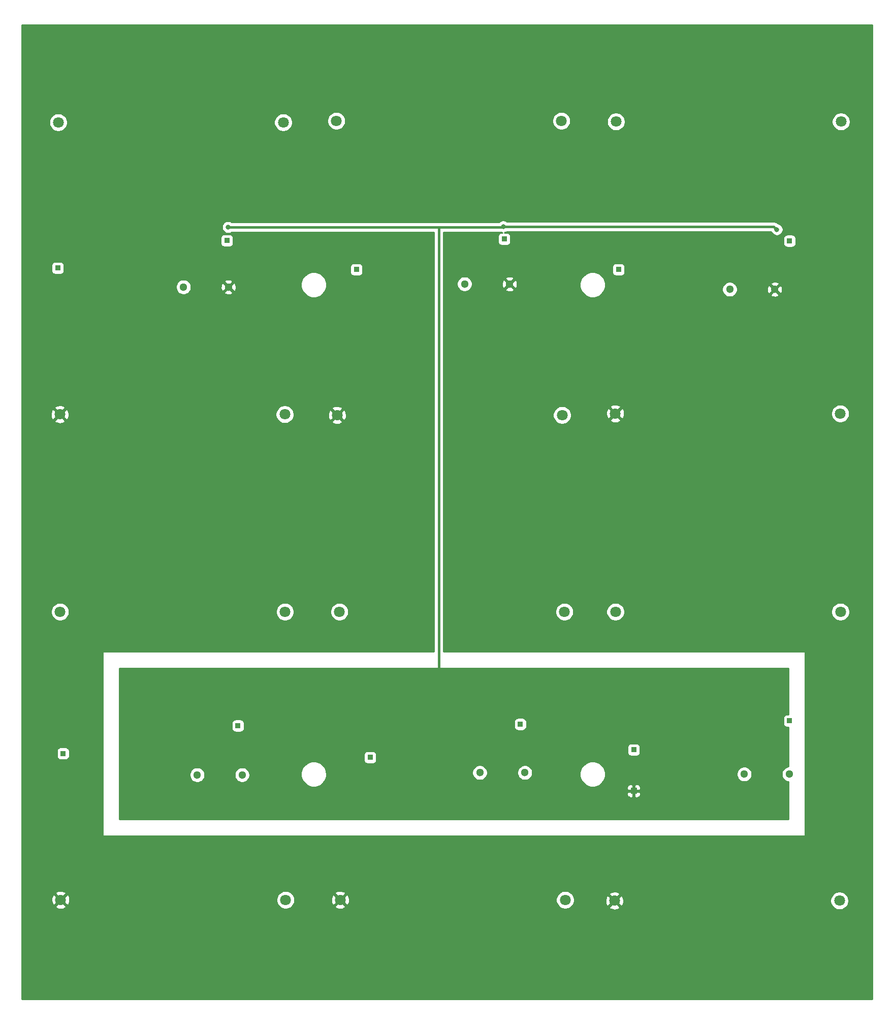
<source format=gbr>
%TF.GenerationSoftware,KiCad,Pcbnew,(5.1.10)-1*%
%TF.CreationDate,2021-08-16T11:24:17+03:00*%
%TF.ProjectId,LPF-AD823AN-valmis,4c50462d-4144-4383-9233-414e2d76616c,rev?*%
%TF.SameCoordinates,Original*%
%TF.FileFunction,Copper,L2,Bot*%
%TF.FilePolarity,Positive*%
%FSLAX46Y46*%
G04 Gerber Fmt 4.6, Leading zero omitted, Abs format (unit mm)*
G04 Created by KiCad (PCBNEW (5.1.10)-1) date 2021-08-16 11:24:17*
%MOMM*%
%LPD*%
G01*
G04 APERTURE LIST*
%TA.AperFunction,ComponentPad*%
%ADD10R,1.000000X1.000000*%
%TD*%
%TA.AperFunction,ComponentPad*%
%ADD11C,1.300000*%
%TD*%
%TA.AperFunction,ComponentPad*%
%ADD12R,0.850000X0.850000*%
%TD*%
%TA.AperFunction,ComponentPad*%
%ADD13C,1.800000*%
%TD*%
%TA.AperFunction,ViaPad*%
%ADD14C,0.800000*%
%TD*%
%TA.AperFunction,Conductor*%
%ADD15C,0.400000*%
%TD*%
%TA.AperFunction,Conductor*%
%ADD16C,0.254000*%
%TD*%
%TA.AperFunction,Conductor*%
%ADD17C,0.100000*%
%TD*%
G04 APERTURE END LIST*
D10*
%TO.P,REF\u002A\u002A,1*%
%TO.N,+5V*%
X118872000Y-139954000D03*
%TD*%
D11*
%TO.P,C12,2*%
%TO.N,GND*%
X144787000Y-137160000D03*
%TO.P,C12,1*%
%TO.N,Net-(C12-Pad1)*%
X137287000Y-137160000D03*
%TD*%
%TO.P,C11,2*%
%TO.N,GND*%
X142374000Y-56388000D03*
%TO.P,C11,1*%
%TO.N,Net-(C11-Pad1)*%
X134874000Y-56388000D03*
%TD*%
%TO.P,C10,2*%
%TO.N,GND*%
X100718000Y-136906000D03*
%TO.P,C10,1*%
%TO.N,Net-(C10-Pad1)*%
X93218000Y-136906000D03*
%TD*%
%TO.P,C3,2*%
%TO.N,GND*%
X98178000Y-55499000D03*
%TO.P,C3,1*%
%TO.N,Net-(C3-Pad1)*%
X90678000Y-55499000D03*
%TD*%
%TO.P,C2,2*%
%TO.N,GND*%
X53601000Y-137287000D03*
%TO.P,C2,1*%
%TO.N,Net-(C2-Pad1)*%
X46101000Y-137287000D03*
%TD*%
%TO.P,C1,2*%
%TO.N,GND*%
X51315000Y-56007000D03*
%TO.P,C1,1*%
%TO.N,Net-(C1-Pad1)*%
X43815000Y-56007000D03*
%TD*%
D12*
%TO.P,J12,1*%
%TO.N,Net-(IC6-Pad6)*%
X144843500Y-128270000D03*
%TD*%
%TO.P,J11,1*%
%TO.N,Net-(IC5-Pad6)*%
X144843500Y-48323500D03*
%TD*%
%TO.P,J10,1*%
%TO.N,Net-(IC4-Pad6)*%
X99949000Y-128841500D03*
%TD*%
%TO.P,J9,1*%
%TO.N,Net-(J9-Pad1)*%
X118872000Y-133096000D03*
%TD*%
%TO.P,J8,1*%
%TO.N,Net-(J8-Pad1)*%
X116332000Y-53086000D03*
%TD*%
%TO.P,J7,1*%
%TO.N,Net-(J7-Pad1)*%
X74930000Y-134366000D03*
%TD*%
%TO.P,J6,1*%
%TO.N,Net-(IC3-Pad6)*%
X97282000Y-48006000D03*
%TD*%
%TO.P,J5,1*%
%TO.N,Net-(IC2-Pad6)*%
X52895500Y-129095500D03*
%TD*%
%TO.P,J4,1*%
%TO.N,Net-(IC1-Pad6)*%
X51054000Y-48260000D03*
%TD*%
%TO.P,J3,1*%
%TO.N,Net-(J3-Pad1)*%
X72644000Y-53086000D03*
%TD*%
%TO.P,J2,1*%
%TO.N,Net-(J2-Pad1)*%
X23749000Y-133731000D03*
%TD*%
%TO.P,J1,1*%
%TO.N,Net-(J1-Pad1)*%
X22860000Y-52832000D03*
%TD*%
D13*
%TO.P,C4,2*%
%TO.N,Net-(C4-Pad2)*%
X22952000Y-28575000D03*
%TO.P,C4,1*%
%TO.N,Net-(C4-Pad1)*%
X60452000Y-28575000D03*
%TD*%
%TO.P,C5,2*%
%TO.N,Net-(C5-Pad2)*%
X23241000Y-110109000D03*
%TO.P,C5,1*%
%TO.N,Net-(C5-Pad1)*%
X60741000Y-110109000D03*
%TD*%
%TO.P,C6,1*%
%TO.N,Net-(C6-Pad1)*%
X106807000Y-28321000D03*
%TO.P,C6,2*%
%TO.N,Net-(C6-Pad2)*%
X69307000Y-28321000D03*
%TD*%
%TO.P,C7,1*%
%TO.N,Net-(C7-Pad1)*%
X60706000Y-77216000D03*
%TO.P,C7,2*%
%TO.N,GND*%
X23206000Y-77216000D03*
%TD*%
%TO.P,C8,1*%
%TO.N,Net-(C8-Pad1)*%
X60833000Y-158115000D03*
%TO.P,C8,2*%
%TO.N,GND*%
X23333000Y-158115000D03*
%TD*%
%TO.P,C9,2*%
%TO.N,GND*%
X69434000Y-77343000D03*
%TO.P,C9,1*%
%TO.N,Net-(C9-Pad1)*%
X106934000Y-77343000D03*
%TD*%
%TO.P,C13,2*%
%TO.N,Net-(C13-Pad2)*%
X69815000Y-110109000D03*
%TO.P,C13,1*%
%TO.N,Net-(C13-Pad1)*%
X107315000Y-110109000D03*
%TD*%
%TO.P,C14,2*%
%TO.N,Net-(C14-Pad2)*%
X115916000Y-28448000D03*
%TO.P,C14,1*%
%TO.N,Net-(C14-Pad1)*%
X153416000Y-28448000D03*
%TD*%
%TO.P,C15,1*%
%TO.N,Net-(C15-Pad1)*%
X153324000Y-110109000D03*
%TO.P,C15,2*%
%TO.N,Net-(C15-Pad2)*%
X115824000Y-110109000D03*
%TD*%
%TO.P,C16,1*%
%TO.N,Net-(C16-Pad1)*%
X107442000Y-158115000D03*
%TO.P,C16,2*%
%TO.N,GND*%
X69942000Y-158115000D03*
%TD*%
%TO.P,C17,2*%
%TO.N,GND*%
X115789000Y-77089000D03*
%TO.P,C17,1*%
%TO.N,Net-(C17-Pad1)*%
X153289000Y-77089000D03*
%TD*%
%TO.P,C18,1*%
%TO.N,Net-(C18-Pad1)*%
X153162000Y-158242000D03*
%TO.P,C18,2*%
%TO.N,GND*%
X115662000Y-158242000D03*
%TD*%
D14*
%TO.N,+5V*%
X52613560Y-127254000D03*
X97800160Y-127088900D03*
X142476220Y-126560580D03*
X142722600Y-46418500D03*
X97137220Y-45923200D03*
X51259740Y-46017180D03*
%TD*%
D15*
%TO.N,+5V*%
X142227300Y-45923200D02*
X142722600Y-46418500D01*
X97137220Y-45923200D02*
X142227300Y-45923200D01*
X97043240Y-46017180D02*
X97137220Y-45923200D01*
X97635060Y-127254000D02*
X97800160Y-127088900D01*
X98328480Y-126560580D02*
X97800160Y-127088900D01*
X86352380Y-127160020D02*
X86258400Y-127254000D01*
X86352380Y-46017180D02*
X86352380Y-127160020D01*
X86258400Y-127254000D02*
X97635060Y-127254000D01*
X51259740Y-46017180D02*
X86352380Y-46017180D01*
X52613560Y-127254000D02*
X86258400Y-127254000D01*
X86352380Y-46017180D02*
X97043240Y-46017180D01*
X118872000Y-137807700D02*
X107624880Y-126560580D01*
X118872000Y-139954000D02*
X118872000Y-137807700D01*
X107624880Y-126560580D02*
X98328480Y-126560580D01*
X142476220Y-126560580D02*
X107624880Y-126560580D01*
%TD*%
D16*
%TO.N,GND*%
X158598001Y-174600000D02*
X16916000Y-174600000D01*
X16916000Y-159179080D01*
X22448525Y-159179080D01*
X22532208Y-159433261D01*
X22804775Y-159564158D01*
X23097642Y-159639365D01*
X23399553Y-159655991D01*
X23698907Y-159613397D01*
X23984199Y-159513222D01*
X24133792Y-159433261D01*
X24217475Y-159179080D01*
X23333000Y-158294605D01*
X22448525Y-159179080D01*
X16916000Y-159179080D01*
X16916000Y-158181553D01*
X21792009Y-158181553D01*
X21834603Y-158480907D01*
X21934778Y-158766199D01*
X22014739Y-158915792D01*
X22268920Y-158999475D01*
X23153395Y-158115000D01*
X23512605Y-158115000D01*
X24397080Y-158999475D01*
X24651261Y-158915792D01*
X24782158Y-158643225D01*
X24857365Y-158350358D01*
X24873991Y-158048447D01*
X24861950Y-157963816D01*
X59298000Y-157963816D01*
X59298000Y-158266184D01*
X59356989Y-158562743D01*
X59472701Y-158842095D01*
X59640688Y-159093505D01*
X59854495Y-159307312D01*
X60105905Y-159475299D01*
X60385257Y-159591011D01*
X60681816Y-159650000D01*
X60984184Y-159650000D01*
X61280743Y-159591011D01*
X61560095Y-159475299D01*
X61811505Y-159307312D01*
X61939737Y-159179080D01*
X69057525Y-159179080D01*
X69141208Y-159433261D01*
X69413775Y-159564158D01*
X69706642Y-159639365D01*
X70008553Y-159655991D01*
X70307907Y-159613397D01*
X70593199Y-159513222D01*
X70742792Y-159433261D01*
X70826475Y-159179080D01*
X69942000Y-158294605D01*
X69057525Y-159179080D01*
X61939737Y-159179080D01*
X62025312Y-159093505D01*
X62193299Y-158842095D01*
X62309011Y-158562743D01*
X62368000Y-158266184D01*
X62368000Y-158181553D01*
X68401009Y-158181553D01*
X68443603Y-158480907D01*
X68543778Y-158766199D01*
X68623739Y-158915792D01*
X68877920Y-158999475D01*
X69762395Y-158115000D01*
X70121605Y-158115000D01*
X71006080Y-158999475D01*
X71260261Y-158915792D01*
X71391158Y-158643225D01*
X71466365Y-158350358D01*
X71482991Y-158048447D01*
X71470950Y-157963816D01*
X105907000Y-157963816D01*
X105907000Y-158266184D01*
X105965989Y-158562743D01*
X106081701Y-158842095D01*
X106249688Y-159093505D01*
X106463495Y-159307312D01*
X106714905Y-159475299D01*
X106994257Y-159591011D01*
X107290816Y-159650000D01*
X107593184Y-159650000D01*
X107889743Y-159591011D01*
X108169095Y-159475299D01*
X108420505Y-159307312D01*
X108421737Y-159306080D01*
X114777525Y-159306080D01*
X114861208Y-159560261D01*
X115133775Y-159691158D01*
X115426642Y-159766365D01*
X115728553Y-159782991D01*
X116027907Y-159740397D01*
X116313199Y-159640222D01*
X116462792Y-159560261D01*
X116546475Y-159306080D01*
X115662000Y-158421605D01*
X114777525Y-159306080D01*
X108421737Y-159306080D01*
X108634312Y-159093505D01*
X108802299Y-158842095D01*
X108918011Y-158562743D01*
X108968572Y-158308553D01*
X114121009Y-158308553D01*
X114163603Y-158607907D01*
X114263778Y-158893199D01*
X114343739Y-159042792D01*
X114597920Y-159126475D01*
X115482395Y-158242000D01*
X115841605Y-158242000D01*
X116726080Y-159126475D01*
X116980261Y-159042792D01*
X117111158Y-158770225D01*
X117186365Y-158477358D01*
X117202991Y-158175447D01*
X117190950Y-158090816D01*
X151627000Y-158090816D01*
X151627000Y-158393184D01*
X151685989Y-158689743D01*
X151801701Y-158969095D01*
X151969688Y-159220505D01*
X152183495Y-159434312D01*
X152434905Y-159602299D01*
X152714257Y-159718011D01*
X153010816Y-159777000D01*
X153313184Y-159777000D01*
X153609743Y-159718011D01*
X153889095Y-159602299D01*
X154140505Y-159434312D01*
X154354312Y-159220505D01*
X154522299Y-158969095D01*
X154638011Y-158689743D01*
X154697000Y-158393184D01*
X154697000Y-158090816D01*
X154638011Y-157794257D01*
X154522299Y-157514905D01*
X154354312Y-157263495D01*
X154140505Y-157049688D01*
X153889095Y-156881701D01*
X153609743Y-156765989D01*
X153313184Y-156707000D01*
X153010816Y-156707000D01*
X152714257Y-156765989D01*
X152434905Y-156881701D01*
X152183495Y-157049688D01*
X151969688Y-157263495D01*
X151801701Y-157514905D01*
X151685989Y-157794257D01*
X151627000Y-158090816D01*
X117190950Y-158090816D01*
X117160397Y-157876093D01*
X117060222Y-157590801D01*
X116980261Y-157441208D01*
X116726080Y-157357525D01*
X115841605Y-158242000D01*
X115482395Y-158242000D01*
X114597920Y-157357525D01*
X114343739Y-157441208D01*
X114212842Y-157713775D01*
X114137635Y-158006642D01*
X114121009Y-158308553D01*
X108968572Y-158308553D01*
X108977000Y-158266184D01*
X108977000Y-157963816D01*
X108918011Y-157667257D01*
X108802299Y-157387905D01*
X108661992Y-157177920D01*
X114777525Y-157177920D01*
X115662000Y-158062395D01*
X116546475Y-157177920D01*
X116462792Y-156923739D01*
X116190225Y-156792842D01*
X115897358Y-156717635D01*
X115595447Y-156701009D01*
X115296093Y-156743603D01*
X115010801Y-156843778D01*
X114861208Y-156923739D01*
X114777525Y-157177920D01*
X108661992Y-157177920D01*
X108634312Y-157136495D01*
X108420505Y-156922688D01*
X108169095Y-156754701D01*
X107889743Y-156638989D01*
X107593184Y-156580000D01*
X107290816Y-156580000D01*
X106994257Y-156638989D01*
X106714905Y-156754701D01*
X106463495Y-156922688D01*
X106249688Y-157136495D01*
X106081701Y-157387905D01*
X105965989Y-157667257D01*
X105907000Y-157963816D01*
X71470950Y-157963816D01*
X71440397Y-157749093D01*
X71340222Y-157463801D01*
X71260261Y-157314208D01*
X71006080Y-157230525D01*
X70121605Y-158115000D01*
X69762395Y-158115000D01*
X68877920Y-157230525D01*
X68623739Y-157314208D01*
X68492842Y-157586775D01*
X68417635Y-157879642D01*
X68401009Y-158181553D01*
X62368000Y-158181553D01*
X62368000Y-157963816D01*
X62309011Y-157667257D01*
X62193299Y-157387905D01*
X62025312Y-157136495D01*
X61939737Y-157050920D01*
X69057525Y-157050920D01*
X69942000Y-157935395D01*
X70826475Y-157050920D01*
X70742792Y-156796739D01*
X70470225Y-156665842D01*
X70177358Y-156590635D01*
X69875447Y-156574009D01*
X69576093Y-156616603D01*
X69290801Y-156716778D01*
X69141208Y-156796739D01*
X69057525Y-157050920D01*
X61939737Y-157050920D01*
X61811505Y-156922688D01*
X61560095Y-156754701D01*
X61280743Y-156638989D01*
X60984184Y-156580000D01*
X60681816Y-156580000D01*
X60385257Y-156638989D01*
X60105905Y-156754701D01*
X59854495Y-156922688D01*
X59640688Y-157136495D01*
X59472701Y-157387905D01*
X59356989Y-157667257D01*
X59298000Y-157963816D01*
X24861950Y-157963816D01*
X24831397Y-157749093D01*
X24731222Y-157463801D01*
X24651261Y-157314208D01*
X24397080Y-157230525D01*
X23512605Y-158115000D01*
X23153395Y-158115000D01*
X22268920Y-157230525D01*
X22014739Y-157314208D01*
X21883842Y-157586775D01*
X21808635Y-157879642D01*
X21792009Y-158181553D01*
X16916000Y-158181553D01*
X16916000Y-157050920D01*
X22448525Y-157050920D01*
X23333000Y-157935395D01*
X24217475Y-157050920D01*
X24133792Y-156796739D01*
X23861225Y-156665842D01*
X23568358Y-156590635D01*
X23266447Y-156574009D01*
X22967093Y-156616603D01*
X22681801Y-156716778D01*
X22532208Y-156796739D01*
X22448525Y-157050920D01*
X16916000Y-157050920D01*
X16916000Y-133306000D01*
X22685928Y-133306000D01*
X22685928Y-134156000D01*
X22698188Y-134280482D01*
X22734498Y-134400180D01*
X22793463Y-134510494D01*
X22872815Y-134607185D01*
X22969506Y-134686537D01*
X23079820Y-134745502D01*
X23199518Y-134781812D01*
X23324000Y-134794072D01*
X24174000Y-134794072D01*
X24298482Y-134781812D01*
X24418180Y-134745502D01*
X24528494Y-134686537D01*
X24625185Y-134607185D01*
X24704537Y-134510494D01*
X24763502Y-134400180D01*
X24799812Y-134280482D01*
X24812072Y-134156000D01*
X24812072Y-133306000D01*
X24799812Y-133181518D01*
X24763502Y-133061820D01*
X24704537Y-132951506D01*
X24625185Y-132854815D01*
X24528494Y-132775463D01*
X24418180Y-132716498D01*
X24298482Y-132680188D01*
X24174000Y-132667928D01*
X23324000Y-132667928D01*
X23199518Y-132680188D01*
X23079820Y-132716498D01*
X22969506Y-132775463D01*
X22872815Y-132854815D01*
X22793463Y-132951506D01*
X22734498Y-133061820D01*
X22698188Y-133181518D01*
X22685928Y-133306000D01*
X16916000Y-133306000D01*
X16916000Y-116840000D01*
X30353000Y-116840000D01*
X30353000Y-147320000D01*
X30355440Y-147344776D01*
X30362667Y-147368601D01*
X30374403Y-147390557D01*
X30390197Y-147409803D01*
X30409443Y-147425597D01*
X30431399Y-147437333D01*
X30455224Y-147444560D01*
X30480000Y-147447000D01*
X147320000Y-147447000D01*
X147344776Y-147444560D01*
X147368601Y-147437333D01*
X147390557Y-147425597D01*
X147409803Y-147409803D01*
X147425597Y-147390557D01*
X147437333Y-147368601D01*
X147444560Y-147344776D01*
X147447000Y-147320000D01*
X147447000Y-116840000D01*
X147444560Y-116815224D01*
X147437333Y-116791399D01*
X147425597Y-116769443D01*
X147409803Y-116750197D01*
X147390557Y-116734403D01*
X147368601Y-116722667D01*
X147344776Y-116715440D01*
X147320000Y-116713000D01*
X87187380Y-116713000D01*
X87187380Y-109957816D01*
X105780000Y-109957816D01*
X105780000Y-110260184D01*
X105838989Y-110556743D01*
X105954701Y-110836095D01*
X106122688Y-111087505D01*
X106336495Y-111301312D01*
X106587905Y-111469299D01*
X106867257Y-111585011D01*
X107163816Y-111644000D01*
X107466184Y-111644000D01*
X107762743Y-111585011D01*
X108042095Y-111469299D01*
X108293505Y-111301312D01*
X108507312Y-111087505D01*
X108675299Y-110836095D01*
X108791011Y-110556743D01*
X108850000Y-110260184D01*
X108850000Y-109957816D01*
X114289000Y-109957816D01*
X114289000Y-110260184D01*
X114347989Y-110556743D01*
X114463701Y-110836095D01*
X114631688Y-111087505D01*
X114845495Y-111301312D01*
X115096905Y-111469299D01*
X115376257Y-111585011D01*
X115672816Y-111644000D01*
X115975184Y-111644000D01*
X116271743Y-111585011D01*
X116551095Y-111469299D01*
X116802505Y-111301312D01*
X117016312Y-111087505D01*
X117184299Y-110836095D01*
X117300011Y-110556743D01*
X117359000Y-110260184D01*
X117359000Y-109957816D01*
X151789000Y-109957816D01*
X151789000Y-110260184D01*
X151847989Y-110556743D01*
X151963701Y-110836095D01*
X152131688Y-111087505D01*
X152345495Y-111301312D01*
X152596905Y-111469299D01*
X152876257Y-111585011D01*
X153172816Y-111644000D01*
X153475184Y-111644000D01*
X153771743Y-111585011D01*
X154051095Y-111469299D01*
X154302505Y-111301312D01*
X154516312Y-111087505D01*
X154684299Y-110836095D01*
X154800011Y-110556743D01*
X154859000Y-110260184D01*
X154859000Y-109957816D01*
X154800011Y-109661257D01*
X154684299Y-109381905D01*
X154516312Y-109130495D01*
X154302505Y-108916688D01*
X154051095Y-108748701D01*
X153771743Y-108632989D01*
X153475184Y-108574000D01*
X153172816Y-108574000D01*
X152876257Y-108632989D01*
X152596905Y-108748701D01*
X152345495Y-108916688D01*
X152131688Y-109130495D01*
X151963701Y-109381905D01*
X151847989Y-109661257D01*
X151789000Y-109957816D01*
X117359000Y-109957816D01*
X117300011Y-109661257D01*
X117184299Y-109381905D01*
X117016312Y-109130495D01*
X116802505Y-108916688D01*
X116551095Y-108748701D01*
X116271743Y-108632989D01*
X115975184Y-108574000D01*
X115672816Y-108574000D01*
X115376257Y-108632989D01*
X115096905Y-108748701D01*
X114845495Y-108916688D01*
X114631688Y-109130495D01*
X114463701Y-109381905D01*
X114347989Y-109661257D01*
X114289000Y-109957816D01*
X108850000Y-109957816D01*
X108791011Y-109661257D01*
X108675299Y-109381905D01*
X108507312Y-109130495D01*
X108293505Y-108916688D01*
X108042095Y-108748701D01*
X107762743Y-108632989D01*
X107466184Y-108574000D01*
X107163816Y-108574000D01*
X106867257Y-108632989D01*
X106587905Y-108748701D01*
X106336495Y-108916688D01*
X106122688Y-109130495D01*
X105954701Y-109381905D01*
X105838989Y-109661257D01*
X105780000Y-109957816D01*
X87187380Y-109957816D01*
X87187380Y-77191816D01*
X105399000Y-77191816D01*
X105399000Y-77494184D01*
X105457989Y-77790743D01*
X105573701Y-78070095D01*
X105741688Y-78321505D01*
X105955495Y-78535312D01*
X106206905Y-78703299D01*
X106486257Y-78819011D01*
X106782816Y-78878000D01*
X107085184Y-78878000D01*
X107381743Y-78819011D01*
X107661095Y-78703299D01*
X107912505Y-78535312D01*
X108126312Y-78321505D01*
X108238850Y-78153080D01*
X114904525Y-78153080D01*
X114988208Y-78407261D01*
X115260775Y-78538158D01*
X115553642Y-78613365D01*
X115855553Y-78629991D01*
X116154907Y-78587397D01*
X116440199Y-78487222D01*
X116589792Y-78407261D01*
X116673475Y-78153080D01*
X115789000Y-77268605D01*
X114904525Y-78153080D01*
X108238850Y-78153080D01*
X108294299Y-78070095D01*
X108410011Y-77790743D01*
X108469000Y-77494184D01*
X108469000Y-77191816D01*
X108461787Y-77155553D01*
X114248009Y-77155553D01*
X114290603Y-77454907D01*
X114390778Y-77740199D01*
X114470739Y-77889792D01*
X114724920Y-77973475D01*
X115609395Y-77089000D01*
X115968605Y-77089000D01*
X116853080Y-77973475D01*
X117107261Y-77889792D01*
X117238158Y-77617225D01*
X117313365Y-77324358D01*
X117329991Y-77022447D01*
X117317950Y-76937816D01*
X151754000Y-76937816D01*
X151754000Y-77240184D01*
X151812989Y-77536743D01*
X151928701Y-77816095D01*
X152096688Y-78067505D01*
X152310495Y-78281312D01*
X152561905Y-78449299D01*
X152841257Y-78565011D01*
X153137816Y-78624000D01*
X153440184Y-78624000D01*
X153736743Y-78565011D01*
X154016095Y-78449299D01*
X154267505Y-78281312D01*
X154481312Y-78067505D01*
X154649299Y-77816095D01*
X154765011Y-77536743D01*
X154824000Y-77240184D01*
X154824000Y-76937816D01*
X154765011Y-76641257D01*
X154649299Y-76361905D01*
X154481312Y-76110495D01*
X154267505Y-75896688D01*
X154016095Y-75728701D01*
X153736743Y-75612989D01*
X153440184Y-75554000D01*
X153137816Y-75554000D01*
X152841257Y-75612989D01*
X152561905Y-75728701D01*
X152310495Y-75896688D01*
X152096688Y-76110495D01*
X151928701Y-76361905D01*
X151812989Y-76641257D01*
X151754000Y-76937816D01*
X117317950Y-76937816D01*
X117287397Y-76723093D01*
X117187222Y-76437801D01*
X117107261Y-76288208D01*
X116853080Y-76204525D01*
X115968605Y-77089000D01*
X115609395Y-77089000D01*
X114724920Y-76204525D01*
X114470739Y-76288208D01*
X114339842Y-76560775D01*
X114264635Y-76853642D01*
X114248009Y-77155553D01*
X108461787Y-77155553D01*
X108410011Y-76895257D01*
X108294299Y-76615905D01*
X108126312Y-76364495D01*
X107912505Y-76150688D01*
X107724281Y-76024920D01*
X114904525Y-76024920D01*
X115789000Y-76909395D01*
X116673475Y-76024920D01*
X116589792Y-75770739D01*
X116317225Y-75639842D01*
X116024358Y-75564635D01*
X115722447Y-75548009D01*
X115423093Y-75590603D01*
X115137801Y-75690778D01*
X114988208Y-75770739D01*
X114904525Y-76024920D01*
X107724281Y-76024920D01*
X107661095Y-75982701D01*
X107381743Y-75866989D01*
X107085184Y-75808000D01*
X106782816Y-75808000D01*
X106486257Y-75866989D01*
X106206905Y-75982701D01*
X105955495Y-76150688D01*
X105741688Y-76364495D01*
X105573701Y-76615905D01*
X105457989Y-76895257D01*
X105399000Y-77191816D01*
X87187380Y-77191816D01*
X87187380Y-55372439D01*
X89393000Y-55372439D01*
X89393000Y-55625561D01*
X89442381Y-55873821D01*
X89539247Y-56107676D01*
X89679875Y-56318140D01*
X89858860Y-56497125D01*
X90069324Y-56637753D01*
X90303179Y-56734619D01*
X90551439Y-56784000D01*
X90804561Y-56784000D01*
X91052821Y-56734619D01*
X91286676Y-56637753D01*
X91497140Y-56497125D01*
X91609738Y-56384527D01*
X97472078Y-56384527D01*
X97525466Y-56613201D01*
X97755374Y-56719095D01*
X98001524Y-56778102D01*
X98254455Y-56787952D01*
X98504449Y-56748270D01*
X98741896Y-56660578D01*
X98830534Y-56613201D01*
X98883922Y-56384527D01*
X98178000Y-55678605D01*
X97472078Y-56384527D01*
X91609738Y-56384527D01*
X91676125Y-56318140D01*
X91816753Y-56107676D01*
X91913619Y-55873821D01*
X91963000Y-55625561D01*
X91963000Y-55575455D01*
X96889048Y-55575455D01*
X96928730Y-55825449D01*
X97016422Y-56062896D01*
X97063799Y-56151534D01*
X97292473Y-56204922D01*
X97998395Y-55499000D01*
X98357605Y-55499000D01*
X99063527Y-56204922D01*
X99292201Y-56151534D01*
X99398095Y-55921626D01*
X99457102Y-55675476D01*
X99466952Y-55422545D01*
X99465869Y-55415721D01*
X109879000Y-55415721D01*
X109879000Y-55836279D01*
X109961047Y-56248756D01*
X110121988Y-56637302D01*
X110355637Y-56986983D01*
X110653017Y-57284363D01*
X111002698Y-57518012D01*
X111391244Y-57678953D01*
X111803721Y-57761000D01*
X112224279Y-57761000D01*
X112636756Y-57678953D01*
X113025302Y-57518012D01*
X113374983Y-57284363D01*
X113672363Y-56986983D01*
X113906012Y-56637302D01*
X114061699Y-56261439D01*
X133589000Y-56261439D01*
X133589000Y-56514561D01*
X133638381Y-56762821D01*
X133735247Y-56996676D01*
X133875875Y-57207140D01*
X134054860Y-57386125D01*
X134265324Y-57526753D01*
X134499179Y-57623619D01*
X134747439Y-57673000D01*
X135000561Y-57673000D01*
X135248821Y-57623619D01*
X135482676Y-57526753D01*
X135693140Y-57386125D01*
X135805738Y-57273527D01*
X141668078Y-57273527D01*
X141721466Y-57502201D01*
X141951374Y-57608095D01*
X142197524Y-57667102D01*
X142450455Y-57676952D01*
X142700449Y-57637270D01*
X142937896Y-57549578D01*
X143026534Y-57502201D01*
X143079922Y-57273527D01*
X142374000Y-56567605D01*
X141668078Y-57273527D01*
X135805738Y-57273527D01*
X135872125Y-57207140D01*
X136012753Y-56996676D01*
X136109619Y-56762821D01*
X136159000Y-56514561D01*
X136159000Y-56464455D01*
X141085048Y-56464455D01*
X141124730Y-56714449D01*
X141212422Y-56951896D01*
X141259799Y-57040534D01*
X141488473Y-57093922D01*
X142194395Y-56388000D01*
X142553605Y-56388000D01*
X143259527Y-57093922D01*
X143488201Y-57040534D01*
X143594095Y-56810626D01*
X143653102Y-56564476D01*
X143662952Y-56311545D01*
X143623270Y-56061551D01*
X143535578Y-55824104D01*
X143488201Y-55735466D01*
X143259527Y-55682078D01*
X142553605Y-56388000D01*
X142194395Y-56388000D01*
X141488473Y-55682078D01*
X141259799Y-55735466D01*
X141153905Y-55965374D01*
X141094898Y-56211524D01*
X141085048Y-56464455D01*
X136159000Y-56464455D01*
X136159000Y-56261439D01*
X136109619Y-56013179D01*
X136012753Y-55779324D01*
X135872125Y-55568860D01*
X135805738Y-55502473D01*
X141668078Y-55502473D01*
X142374000Y-56208395D01*
X143079922Y-55502473D01*
X143026534Y-55273799D01*
X142796626Y-55167905D01*
X142550476Y-55108898D01*
X142297545Y-55099048D01*
X142047551Y-55138730D01*
X141810104Y-55226422D01*
X141721466Y-55273799D01*
X141668078Y-55502473D01*
X135805738Y-55502473D01*
X135693140Y-55389875D01*
X135482676Y-55249247D01*
X135248821Y-55152381D01*
X135000561Y-55103000D01*
X134747439Y-55103000D01*
X134499179Y-55152381D01*
X134265324Y-55249247D01*
X134054860Y-55389875D01*
X133875875Y-55568860D01*
X133735247Y-55779324D01*
X133638381Y-56013179D01*
X133589000Y-56261439D01*
X114061699Y-56261439D01*
X114066953Y-56248756D01*
X114149000Y-55836279D01*
X114149000Y-55415721D01*
X114066953Y-55003244D01*
X113906012Y-54614698D01*
X113672363Y-54265017D01*
X113374983Y-53967637D01*
X113025302Y-53733988D01*
X112636756Y-53573047D01*
X112224279Y-53491000D01*
X111803721Y-53491000D01*
X111391244Y-53573047D01*
X111002698Y-53733988D01*
X110653017Y-53967637D01*
X110355637Y-54265017D01*
X110121988Y-54614698D01*
X109961047Y-55003244D01*
X109879000Y-55415721D01*
X99465869Y-55415721D01*
X99427270Y-55172551D01*
X99339578Y-54935104D01*
X99292201Y-54846466D01*
X99063527Y-54793078D01*
X98357605Y-55499000D01*
X97998395Y-55499000D01*
X97292473Y-54793078D01*
X97063799Y-54846466D01*
X96957905Y-55076374D01*
X96898898Y-55322524D01*
X96889048Y-55575455D01*
X91963000Y-55575455D01*
X91963000Y-55372439D01*
X91913619Y-55124179D01*
X91816753Y-54890324D01*
X91676125Y-54679860D01*
X91609738Y-54613473D01*
X97472078Y-54613473D01*
X98178000Y-55319395D01*
X98883922Y-54613473D01*
X98830534Y-54384799D01*
X98600626Y-54278905D01*
X98354476Y-54219898D01*
X98101545Y-54210048D01*
X97851551Y-54249730D01*
X97614104Y-54337422D01*
X97525466Y-54384799D01*
X97472078Y-54613473D01*
X91609738Y-54613473D01*
X91497140Y-54500875D01*
X91286676Y-54360247D01*
X91052821Y-54263381D01*
X90804561Y-54214000D01*
X90551439Y-54214000D01*
X90303179Y-54263381D01*
X90069324Y-54360247D01*
X89858860Y-54500875D01*
X89679875Y-54679860D01*
X89539247Y-54890324D01*
X89442381Y-55124179D01*
X89393000Y-55372439D01*
X87187380Y-55372439D01*
X87187380Y-52661000D01*
X115268928Y-52661000D01*
X115268928Y-53511000D01*
X115281188Y-53635482D01*
X115317498Y-53755180D01*
X115376463Y-53865494D01*
X115455815Y-53962185D01*
X115552506Y-54041537D01*
X115662820Y-54100502D01*
X115782518Y-54136812D01*
X115907000Y-54149072D01*
X116757000Y-54149072D01*
X116881482Y-54136812D01*
X117001180Y-54100502D01*
X117111494Y-54041537D01*
X117208185Y-53962185D01*
X117287537Y-53865494D01*
X117346502Y-53755180D01*
X117382812Y-53635482D01*
X117395072Y-53511000D01*
X117395072Y-52661000D01*
X117382812Y-52536518D01*
X117346502Y-52416820D01*
X117287537Y-52306506D01*
X117208185Y-52209815D01*
X117111494Y-52130463D01*
X117001180Y-52071498D01*
X116881482Y-52035188D01*
X116757000Y-52022928D01*
X115907000Y-52022928D01*
X115782518Y-52035188D01*
X115662820Y-52071498D01*
X115552506Y-52130463D01*
X115455815Y-52209815D01*
X115376463Y-52306506D01*
X115317498Y-52416820D01*
X115281188Y-52536518D01*
X115268928Y-52661000D01*
X87187380Y-52661000D01*
X87187380Y-46852180D01*
X96675391Y-46852180D01*
X96835322Y-46918426D01*
X96958503Y-46942928D01*
X96857000Y-46942928D01*
X96732518Y-46955188D01*
X96612820Y-46991498D01*
X96502506Y-47050463D01*
X96405815Y-47129815D01*
X96326463Y-47226506D01*
X96267498Y-47336820D01*
X96231188Y-47456518D01*
X96218928Y-47581000D01*
X96218928Y-48431000D01*
X96231188Y-48555482D01*
X96267498Y-48675180D01*
X96326463Y-48785494D01*
X96405815Y-48882185D01*
X96502506Y-48961537D01*
X96612820Y-49020502D01*
X96732518Y-49056812D01*
X96857000Y-49069072D01*
X97707000Y-49069072D01*
X97831482Y-49056812D01*
X97951180Y-49020502D01*
X98061494Y-48961537D01*
X98158185Y-48882185D01*
X98237537Y-48785494D01*
X98296502Y-48675180D01*
X98332812Y-48555482D01*
X98345072Y-48431000D01*
X98345072Y-47898500D01*
X143780428Y-47898500D01*
X143780428Y-48748500D01*
X143792688Y-48872982D01*
X143828998Y-48992680D01*
X143887963Y-49102994D01*
X143967315Y-49199685D01*
X144064006Y-49279037D01*
X144174320Y-49338002D01*
X144294018Y-49374312D01*
X144418500Y-49386572D01*
X145268500Y-49386572D01*
X145392982Y-49374312D01*
X145512680Y-49338002D01*
X145622994Y-49279037D01*
X145719685Y-49199685D01*
X145799037Y-49102994D01*
X145858002Y-48992680D01*
X145894312Y-48872982D01*
X145906572Y-48748500D01*
X145906572Y-47898500D01*
X145894312Y-47774018D01*
X145858002Y-47654320D01*
X145799037Y-47544006D01*
X145719685Y-47447315D01*
X145622994Y-47367963D01*
X145512680Y-47308998D01*
X145392982Y-47272688D01*
X145268500Y-47260428D01*
X144418500Y-47260428D01*
X144294018Y-47272688D01*
X144174320Y-47308998D01*
X144064006Y-47367963D01*
X143967315Y-47447315D01*
X143887963Y-47544006D01*
X143828998Y-47654320D01*
X143792688Y-47774018D01*
X143780428Y-47898500D01*
X98345072Y-47898500D01*
X98345072Y-47581000D01*
X98332812Y-47456518D01*
X98296502Y-47336820D01*
X98237537Y-47226506D01*
X98158185Y-47129815D01*
X98061494Y-47050463D01*
X97951180Y-46991498D01*
X97831482Y-46955188D01*
X97707000Y-46942928D01*
X97315937Y-46942928D01*
X97439118Y-46918426D01*
X97627476Y-46840405D01*
X97750505Y-46758200D01*
X141743032Y-46758200D01*
X141805395Y-46908756D01*
X141918663Y-47078274D01*
X142062826Y-47222437D01*
X142232344Y-47335705D01*
X142420702Y-47413726D01*
X142620661Y-47453500D01*
X142824539Y-47453500D01*
X143024498Y-47413726D01*
X143212856Y-47335705D01*
X143382374Y-47222437D01*
X143526537Y-47078274D01*
X143639805Y-46908756D01*
X143717826Y-46720398D01*
X143757600Y-46520439D01*
X143757600Y-46316561D01*
X143717826Y-46116602D01*
X143639805Y-45928244D01*
X143526537Y-45758726D01*
X143382374Y-45614563D01*
X143212856Y-45501295D01*
X143024498Y-45423274D01*
X142879374Y-45394407D01*
X142846746Y-45361779D01*
X142820591Y-45329909D01*
X142693446Y-45225564D01*
X142548387Y-45148028D01*
X142390989Y-45100282D01*
X142268319Y-45088200D01*
X142268318Y-45088200D01*
X142227300Y-45084160D01*
X142186282Y-45088200D01*
X97750505Y-45088200D01*
X97627476Y-45005995D01*
X97439118Y-44927974D01*
X97239159Y-44888200D01*
X97035281Y-44888200D01*
X96835322Y-44927974D01*
X96646964Y-45005995D01*
X96477446Y-45119263D01*
X96414529Y-45182180D01*
X86393398Y-45182180D01*
X86352380Y-45178140D01*
X86311361Y-45182180D01*
X51873025Y-45182180D01*
X51749996Y-45099975D01*
X51561638Y-45021954D01*
X51361679Y-44982180D01*
X51157801Y-44982180D01*
X50957842Y-45021954D01*
X50769484Y-45099975D01*
X50599966Y-45213243D01*
X50455803Y-45357406D01*
X50342535Y-45526924D01*
X50264514Y-45715282D01*
X50224740Y-45915241D01*
X50224740Y-46119119D01*
X50264514Y-46319078D01*
X50342535Y-46507436D01*
X50455803Y-46676954D01*
X50599966Y-46821117D01*
X50769484Y-46934385D01*
X50957842Y-47012406D01*
X51157801Y-47052180D01*
X51361679Y-47052180D01*
X51561638Y-47012406D01*
X51749996Y-46934385D01*
X51873025Y-46852180D01*
X85517380Y-46852180D01*
X85517381Y-116713000D01*
X30480000Y-116713000D01*
X30455224Y-116715440D01*
X30431399Y-116722667D01*
X30409443Y-116734403D01*
X30390197Y-116750197D01*
X30374403Y-116769443D01*
X30362667Y-116791399D01*
X30355440Y-116815224D01*
X30353000Y-116840000D01*
X16916000Y-116840000D01*
X16916000Y-109957816D01*
X21706000Y-109957816D01*
X21706000Y-110260184D01*
X21764989Y-110556743D01*
X21880701Y-110836095D01*
X22048688Y-111087505D01*
X22262495Y-111301312D01*
X22513905Y-111469299D01*
X22793257Y-111585011D01*
X23089816Y-111644000D01*
X23392184Y-111644000D01*
X23688743Y-111585011D01*
X23968095Y-111469299D01*
X24219505Y-111301312D01*
X24433312Y-111087505D01*
X24601299Y-110836095D01*
X24717011Y-110556743D01*
X24776000Y-110260184D01*
X24776000Y-109957816D01*
X59206000Y-109957816D01*
X59206000Y-110260184D01*
X59264989Y-110556743D01*
X59380701Y-110836095D01*
X59548688Y-111087505D01*
X59762495Y-111301312D01*
X60013905Y-111469299D01*
X60293257Y-111585011D01*
X60589816Y-111644000D01*
X60892184Y-111644000D01*
X61188743Y-111585011D01*
X61468095Y-111469299D01*
X61719505Y-111301312D01*
X61933312Y-111087505D01*
X62101299Y-110836095D01*
X62217011Y-110556743D01*
X62276000Y-110260184D01*
X62276000Y-109957816D01*
X68280000Y-109957816D01*
X68280000Y-110260184D01*
X68338989Y-110556743D01*
X68454701Y-110836095D01*
X68622688Y-111087505D01*
X68836495Y-111301312D01*
X69087905Y-111469299D01*
X69367257Y-111585011D01*
X69663816Y-111644000D01*
X69966184Y-111644000D01*
X70262743Y-111585011D01*
X70542095Y-111469299D01*
X70793505Y-111301312D01*
X71007312Y-111087505D01*
X71175299Y-110836095D01*
X71291011Y-110556743D01*
X71350000Y-110260184D01*
X71350000Y-109957816D01*
X71291011Y-109661257D01*
X71175299Y-109381905D01*
X71007312Y-109130495D01*
X70793505Y-108916688D01*
X70542095Y-108748701D01*
X70262743Y-108632989D01*
X69966184Y-108574000D01*
X69663816Y-108574000D01*
X69367257Y-108632989D01*
X69087905Y-108748701D01*
X68836495Y-108916688D01*
X68622688Y-109130495D01*
X68454701Y-109381905D01*
X68338989Y-109661257D01*
X68280000Y-109957816D01*
X62276000Y-109957816D01*
X62217011Y-109661257D01*
X62101299Y-109381905D01*
X61933312Y-109130495D01*
X61719505Y-108916688D01*
X61468095Y-108748701D01*
X61188743Y-108632989D01*
X60892184Y-108574000D01*
X60589816Y-108574000D01*
X60293257Y-108632989D01*
X60013905Y-108748701D01*
X59762495Y-108916688D01*
X59548688Y-109130495D01*
X59380701Y-109381905D01*
X59264989Y-109661257D01*
X59206000Y-109957816D01*
X24776000Y-109957816D01*
X24717011Y-109661257D01*
X24601299Y-109381905D01*
X24433312Y-109130495D01*
X24219505Y-108916688D01*
X23968095Y-108748701D01*
X23688743Y-108632989D01*
X23392184Y-108574000D01*
X23089816Y-108574000D01*
X22793257Y-108632989D01*
X22513905Y-108748701D01*
X22262495Y-108916688D01*
X22048688Y-109130495D01*
X21880701Y-109381905D01*
X21764989Y-109661257D01*
X21706000Y-109957816D01*
X16916000Y-109957816D01*
X16916000Y-78280080D01*
X22321525Y-78280080D01*
X22405208Y-78534261D01*
X22677775Y-78665158D01*
X22970642Y-78740365D01*
X23272553Y-78756991D01*
X23571907Y-78714397D01*
X23857199Y-78614222D01*
X24006792Y-78534261D01*
X24090475Y-78280080D01*
X23206000Y-77395605D01*
X22321525Y-78280080D01*
X16916000Y-78280080D01*
X16916000Y-77282553D01*
X21665009Y-77282553D01*
X21707603Y-77581907D01*
X21807778Y-77867199D01*
X21887739Y-78016792D01*
X22141920Y-78100475D01*
X23026395Y-77216000D01*
X23385605Y-77216000D01*
X24270080Y-78100475D01*
X24524261Y-78016792D01*
X24655158Y-77744225D01*
X24730365Y-77451358D01*
X24746991Y-77149447D01*
X24734950Y-77064816D01*
X59171000Y-77064816D01*
X59171000Y-77367184D01*
X59229989Y-77663743D01*
X59345701Y-77943095D01*
X59513688Y-78194505D01*
X59727495Y-78408312D01*
X59978905Y-78576299D01*
X60258257Y-78692011D01*
X60554816Y-78751000D01*
X60857184Y-78751000D01*
X61153743Y-78692011D01*
X61433095Y-78576299D01*
X61684505Y-78408312D01*
X61685737Y-78407080D01*
X68549525Y-78407080D01*
X68633208Y-78661261D01*
X68905775Y-78792158D01*
X69198642Y-78867365D01*
X69500553Y-78883991D01*
X69799907Y-78841397D01*
X70085199Y-78741222D01*
X70234792Y-78661261D01*
X70318475Y-78407080D01*
X69434000Y-77522605D01*
X68549525Y-78407080D01*
X61685737Y-78407080D01*
X61898312Y-78194505D01*
X62066299Y-77943095D01*
X62182011Y-77663743D01*
X62232572Y-77409553D01*
X67893009Y-77409553D01*
X67935603Y-77708907D01*
X68035778Y-77994199D01*
X68115739Y-78143792D01*
X68369920Y-78227475D01*
X69254395Y-77343000D01*
X69613605Y-77343000D01*
X70498080Y-78227475D01*
X70752261Y-78143792D01*
X70883158Y-77871225D01*
X70958365Y-77578358D01*
X70974991Y-77276447D01*
X70932397Y-76977093D01*
X70832222Y-76691801D01*
X70752261Y-76542208D01*
X70498080Y-76458525D01*
X69613605Y-77343000D01*
X69254395Y-77343000D01*
X68369920Y-76458525D01*
X68115739Y-76542208D01*
X67984842Y-76814775D01*
X67909635Y-77107642D01*
X67893009Y-77409553D01*
X62232572Y-77409553D01*
X62241000Y-77367184D01*
X62241000Y-77064816D01*
X62182011Y-76768257D01*
X62066299Y-76488905D01*
X61925992Y-76278920D01*
X68549525Y-76278920D01*
X69434000Y-77163395D01*
X70318475Y-76278920D01*
X70234792Y-76024739D01*
X69962225Y-75893842D01*
X69669358Y-75818635D01*
X69367447Y-75802009D01*
X69068093Y-75844603D01*
X68782801Y-75944778D01*
X68633208Y-76024739D01*
X68549525Y-76278920D01*
X61925992Y-76278920D01*
X61898312Y-76237495D01*
X61684505Y-76023688D01*
X61433095Y-75855701D01*
X61153743Y-75739989D01*
X60857184Y-75681000D01*
X60554816Y-75681000D01*
X60258257Y-75739989D01*
X59978905Y-75855701D01*
X59727495Y-76023688D01*
X59513688Y-76237495D01*
X59345701Y-76488905D01*
X59229989Y-76768257D01*
X59171000Y-77064816D01*
X24734950Y-77064816D01*
X24704397Y-76850093D01*
X24604222Y-76564801D01*
X24524261Y-76415208D01*
X24270080Y-76331525D01*
X23385605Y-77216000D01*
X23026395Y-77216000D01*
X22141920Y-76331525D01*
X21887739Y-76415208D01*
X21756842Y-76687775D01*
X21681635Y-76980642D01*
X21665009Y-77282553D01*
X16916000Y-77282553D01*
X16916000Y-76151920D01*
X22321525Y-76151920D01*
X23206000Y-77036395D01*
X24090475Y-76151920D01*
X24006792Y-75897739D01*
X23734225Y-75766842D01*
X23441358Y-75691635D01*
X23139447Y-75675009D01*
X22840093Y-75717603D01*
X22554801Y-75817778D01*
X22405208Y-75897739D01*
X22321525Y-76151920D01*
X16916000Y-76151920D01*
X16916000Y-55880439D01*
X42530000Y-55880439D01*
X42530000Y-56133561D01*
X42579381Y-56381821D01*
X42676247Y-56615676D01*
X42816875Y-56826140D01*
X42995860Y-57005125D01*
X43206324Y-57145753D01*
X43440179Y-57242619D01*
X43688439Y-57292000D01*
X43941561Y-57292000D01*
X44189821Y-57242619D01*
X44423676Y-57145753D01*
X44634140Y-57005125D01*
X44746738Y-56892527D01*
X50609078Y-56892527D01*
X50662466Y-57121201D01*
X50892374Y-57227095D01*
X51138524Y-57286102D01*
X51391455Y-57295952D01*
X51641449Y-57256270D01*
X51878896Y-57168578D01*
X51967534Y-57121201D01*
X52020922Y-56892527D01*
X51315000Y-56186605D01*
X50609078Y-56892527D01*
X44746738Y-56892527D01*
X44813125Y-56826140D01*
X44953753Y-56615676D01*
X45050619Y-56381821D01*
X45100000Y-56133561D01*
X45100000Y-56083455D01*
X50026048Y-56083455D01*
X50065730Y-56333449D01*
X50153422Y-56570896D01*
X50200799Y-56659534D01*
X50429473Y-56712922D01*
X51135395Y-56007000D01*
X51494605Y-56007000D01*
X52200527Y-56712922D01*
X52429201Y-56659534D01*
X52535095Y-56429626D01*
X52594102Y-56183476D01*
X52603952Y-55930545D01*
X52564270Y-55680551D01*
X52476578Y-55443104D01*
X52461942Y-55415721D01*
X63397000Y-55415721D01*
X63397000Y-55836279D01*
X63479047Y-56248756D01*
X63639988Y-56637302D01*
X63873637Y-56986983D01*
X64171017Y-57284363D01*
X64520698Y-57518012D01*
X64909244Y-57678953D01*
X65321721Y-57761000D01*
X65742279Y-57761000D01*
X66154756Y-57678953D01*
X66543302Y-57518012D01*
X66892983Y-57284363D01*
X67190363Y-56986983D01*
X67424012Y-56637302D01*
X67584953Y-56248756D01*
X67667000Y-55836279D01*
X67667000Y-55415721D01*
X67584953Y-55003244D01*
X67424012Y-54614698D01*
X67190363Y-54265017D01*
X66892983Y-53967637D01*
X66543302Y-53733988D01*
X66154756Y-53573047D01*
X65742279Y-53491000D01*
X65321721Y-53491000D01*
X64909244Y-53573047D01*
X64520698Y-53733988D01*
X64171017Y-53967637D01*
X63873637Y-54265017D01*
X63639988Y-54614698D01*
X63479047Y-55003244D01*
X63397000Y-55415721D01*
X52461942Y-55415721D01*
X52429201Y-55354466D01*
X52200527Y-55301078D01*
X51494605Y-56007000D01*
X51135395Y-56007000D01*
X50429473Y-55301078D01*
X50200799Y-55354466D01*
X50094905Y-55584374D01*
X50035898Y-55830524D01*
X50026048Y-56083455D01*
X45100000Y-56083455D01*
X45100000Y-55880439D01*
X45050619Y-55632179D01*
X44953753Y-55398324D01*
X44813125Y-55187860D01*
X44746738Y-55121473D01*
X50609078Y-55121473D01*
X51315000Y-55827395D01*
X52020922Y-55121473D01*
X51967534Y-54892799D01*
X51737626Y-54786905D01*
X51491476Y-54727898D01*
X51238545Y-54718048D01*
X50988551Y-54757730D01*
X50751104Y-54845422D01*
X50662466Y-54892799D01*
X50609078Y-55121473D01*
X44746738Y-55121473D01*
X44634140Y-55008875D01*
X44423676Y-54868247D01*
X44189821Y-54771381D01*
X43941561Y-54722000D01*
X43688439Y-54722000D01*
X43440179Y-54771381D01*
X43206324Y-54868247D01*
X42995860Y-55008875D01*
X42816875Y-55187860D01*
X42676247Y-55398324D01*
X42579381Y-55632179D01*
X42530000Y-55880439D01*
X16916000Y-55880439D01*
X16916000Y-52407000D01*
X21796928Y-52407000D01*
X21796928Y-53257000D01*
X21809188Y-53381482D01*
X21845498Y-53501180D01*
X21904463Y-53611494D01*
X21983815Y-53708185D01*
X22080506Y-53787537D01*
X22190820Y-53846502D01*
X22310518Y-53882812D01*
X22435000Y-53895072D01*
X23285000Y-53895072D01*
X23409482Y-53882812D01*
X23529180Y-53846502D01*
X23639494Y-53787537D01*
X23736185Y-53708185D01*
X23815537Y-53611494D01*
X23874502Y-53501180D01*
X23910812Y-53381482D01*
X23923072Y-53257000D01*
X23923072Y-52661000D01*
X71580928Y-52661000D01*
X71580928Y-53511000D01*
X71593188Y-53635482D01*
X71629498Y-53755180D01*
X71688463Y-53865494D01*
X71767815Y-53962185D01*
X71864506Y-54041537D01*
X71974820Y-54100502D01*
X72094518Y-54136812D01*
X72219000Y-54149072D01*
X73069000Y-54149072D01*
X73193482Y-54136812D01*
X73313180Y-54100502D01*
X73423494Y-54041537D01*
X73520185Y-53962185D01*
X73599537Y-53865494D01*
X73658502Y-53755180D01*
X73694812Y-53635482D01*
X73707072Y-53511000D01*
X73707072Y-52661000D01*
X73694812Y-52536518D01*
X73658502Y-52416820D01*
X73599537Y-52306506D01*
X73520185Y-52209815D01*
X73423494Y-52130463D01*
X73313180Y-52071498D01*
X73193482Y-52035188D01*
X73069000Y-52022928D01*
X72219000Y-52022928D01*
X72094518Y-52035188D01*
X71974820Y-52071498D01*
X71864506Y-52130463D01*
X71767815Y-52209815D01*
X71688463Y-52306506D01*
X71629498Y-52416820D01*
X71593188Y-52536518D01*
X71580928Y-52661000D01*
X23923072Y-52661000D01*
X23923072Y-52407000D01*
X23910812Y-52282518D01*
X23874502Y-52162820D01*
X23815537Y-52052506D01*
X23736185Y-51955815D01*
X23639494Y-51876463D01*
X23529180Y-51817498D01*
X23409482Y-51781188D01*
X23285000Y-51768928D01*
X22435000Y-51768928D01*
X22310518Y-51781188D01*
X22190820Y-51817498D01*
X22080506Y-51876463D01*
X21983815Y-51955815D01*
X21904463Y-52052506D01*
X21845498Y-52162820D01*
X21809188Y-52282518D01*
X21796928Y-52407000D01*
X16916000Y-52407000D01*
X16916000Y-47835000D01*
X49990928Y-47835000D01*
X49990928Y-48685000D01*
X50003188Y-48809482D01*
X50039498Y-48929180D01*
X50098463Y-49039494D01*
X50177815Y-49136185D01*
X50274506Y-49215537D01*
X50384820Y-49274502D01*
X50504518Y-49310812D01*
X50629000Y-49323072D01*
X51479000Y-49323072D01*
X51603482Y-49310812D01*
X51723180Y-49274502D01*
X51833494Y-49215537D01*
X51930185Y-49136185D01*
X52009537Y-49039494D01*
X52068502Y-48929180D01*
X52104812Y-48809482D01*
X52117072Y-48685000D01*
X52117072Y-47835000D01*
X52104812Y-47710518D01*
X52068502Y-47590820D01*
X52009537Y-47480506D01*
X51930185Y-47383815D01*
X51833494Y-47304463D01*
X51723180Y-47245498D01*
X51603482Y-47209188D01*
X51479000Y-47196928D01*
X50629000Y-47196928D01*
X50504518Y-47209188D01*
X50384820Y-47245498D01*
X50274506Y-47304463D01*
X50177815Y-47383815D01*
X50098463Y-47480506D01*
X50039498Y-47590820D01*
X50003188Y-47710518D01*
X49990928Y-47835000D01*
X16916000Y-47835000D01*
X16916000Y-28423816D01*
X21417000Y-28423816D01*
X21417000Y-28726184D01*
X21475989Y-29022743D01*
X21591701Y-29302095D01*
X21759688Y-29553505D01*
X21973495Y-29767312D01*
X22224905Y-29935299D01*
X22504257Y-30051011D01*
X22800816Y-30110000D01*
X23103184Y-30110000D01*
X23399743Y-30051011D01*
X23679095Y-29935299D01*
X23930505Y-29767312D01*
X24144312Y-29553505D01*
X24312299Y-29302095D01*
X24428011Y-29022743D01*
X24487000Y-28726184D01*
X24487000Y-28423816D01*
X58917000Y-28423816D01*
X58917000Y-28726184D01*
X58975989Y-29022743D01*
X59091701Y-29302095D01*
X59259688Y-29553505D01*
X59473495Y-29767312D01*
X59724905Y-29935299D01*
X60004257Y-30051011D01*
X60300816Y-30110000D01*
X60603184Y-30110000D01*
X60899743Y-30051011D01*
X61179095Y-29935299D01*
X61430505Y-29767312D01*
X61644312Y-29553505D01*
X61812299Y-29302095D01*
X61928011Y-29022743D01*
X61987000Y-28726184D01*
X61987000Y-28423816D01*
X61936477Y-28169816D01*
X67772000Y-28169816D01*
X67772000Y-28472184D01*
X67830989Y-28768743D01*
X67946701Y-29048095D01*
X68114688Y-29299505D01*
X68328495Y-29513312D01*
X68579905Y-29681299D01*
X68859257Y-29797011D01*
X69155816Y-29856000D01*
X69458184Y-29856000D01*
X69754743Y-29797011D01*
X70034095Y-29681299D01*
X70285505Y-29513312D01*
X70499312Y-29299505D01*
X70667299Y-29048095D01*
X70783011Y-28768743D01*
X70842000Y-28472184D01*
X70842000Y-28169816D01*
X105272000Y-28169816D01*
X105272000Y-28472184D01*
X105330989Y-28768743D01*
X105446701Y-29048095D01*
X105614688Y-29299505D01*
X105828495Y-29513312D01*
X106079905Y-29681299D01*
X106359257Y-29797011D01*
X106655816Y-29856000D01*
X106958184Y-29856000D01*
X107254743Y-29797011D01*
X107534095Y-29681299D01*
X107785505Y-29513312D01*
X107999312Y-29299505D01*
X108167299Y-29048095D01*
X108283011Y-28768743D01*
X108342000Y-28472184D01*
X108342000Y-28296816D01*
X114381000Y-28296816D01*
X114381000Y-28599184D01*
X114439989Y-28895743D01*
X114555701Y-29175095D01*
X114723688Y-29426505D01*
X114937495Y-29640312D01*
X115188905Y-29808299D01*
X115468257Y-29924011D01*
X115764816Y-29983000D01*
X116067184Y-29983000D01*
X116363743Y-29924011D01*
X116643095Y-29808299D01*
X116894505Y-29640312D01*
X117108312Y-29426505D01*
X117276299Y-29175095D01*
X117392011Y-28895743D01*
X117451000Y-28599184D01*
X117451000Y-28296816D01*
X151881000Y-28296816D01*
X151881000Y-28599184D01*
X151939989Y-28895743D01*
X152055701Y-29175095D01*
X152223688Y-29426505D01*
X152437495Y-29640312D01*
X152688905Y-29808299D01*
X152968257Y-29924011D01*
X153264816Y-29983000D01*
X153567184Y-29983000D01*
X153863743Y-29924011D01*
X154143095Y-29808299D01*
X154394505Y-29640312D01*
X154608312Y-29426505D01*
X154776299Y-29175095D01*
X154892011Y-28895743D01*
X154951000Y-28599184D01*
X154951000Y-28296816D01*
X154892011Y-28000257D01*
X154776299Y-27720905D01*
X154608312Y-27469495D01*
X154394505Y-27255688D01*
X154143095Y-27087701D01*
X153863743Y-26971989D01*
X153567184Y-26913000D01*
X153264816Y-26913000D01*
X152968257Y-26971989D01*
X152688905Y-27087701D01*
X152437495Y-27255688D01*
X152223688Y-27469495D01*
X152055701Y-27720905D01*
X151939989Y-28000257D01*
X151881000Y-28296816D01*
X117451000Y-28296816D01*
X117392011Y-28000257D01*
X117276299Y-27720905D01*
X117108312Y-27469495D01*
X116894505Y-27255688D01*
X116643095Y-27087701D01*
X116363743Y-26971989D01*
X116067184Y-26913000D01*
X115764816Y-26913000D01*
X115468257Y-26971989D01*
X115188905Y-27087701D01*
X114937495Y-27255688D01*
X114723688Y-27469495D01*
X114555701Y-27720905D01*
X114439989Y-28000257D01*
X114381000Y-28296816D01*
X108342000Y-28296816D01*
X108342000Y-28169816D01*
X108283011Y-27873257D01*
X108167299Y-27593905D01*
X107999312Y-27342495D01*
X107785505Y-27128688D01*
X107534095Y-26960701D01*
X107254743Y-26844989D01*
X106958184Y-26786000D01*
X106655816Y-26786000D01*
X106359257Y-26844989D01*
X106079905Y-26960701D01*
X105828495Y-27128688D01*
X105614688Y-27342495D01*
X105446701Y-27593905D01*
X105330989Y-27873257D01*
X105272000Y-28169816D01*
X70842000Y-28169816D01*
X70783011Y-27873257D01*
X70667299Y-27593905D01*
X70499312Y-27342495D01*
X70285505Y-27128688D01*
X70034095Y-26960701D01*
X69754743Y-26844989D01*
X69458184Y-26786000D01*
X69155816Y-26786000D01*
X68859257Y-26844989D01*
X68579905Y-26960701D01*
X68328495Y-27128688D01*
X68114688Y-27342495D01*
X67946701Y-27593905D01*
X67830989Y-27873257D01*
X67772000Y-28169816D01*
X61936477Y-28169816D01*
X61928011Y-28127257D01*
X61812299Y-27847905D01*
X61644312Y-27596495D01*
X61430505Y-27382688D01*
X61179095Y-27214701D01*
X60899743Y-27098989D01*
X60603184Y-27040000D01*
X60300816Y-27040000D01*
X60004257Y-27098989D01*
X59724905Y-27214701D01*
X59473495Y-27382688D01*
X59259688Y-27596495D01*
X59091701Y-27847905D01*
X58975989Y-28127257D01*
X58917000Y-28423816D01*
X24487000Y-28423816D01*
X24428011Y-28127257D01*
X24312299Y-27847905D01*
X24144312Y-27596495D01*
X23930505Y-27382688D01*
X23679095Y-27214701D01*
X23399743Y-27098989D01*
X23103184Y-27040000D01*
X22800816Y-27040000D01*
X22504257Y-27098989D01*
X22224905Y-27214701D01*
X21973495Y-27382688D01*
X21759688Y-27596495D01*
X21591701Y-27847905D01*
X21475989Y-28127257D01*
X21417000Y-28423816D01*
X16916000Y-28423816D01*
X16916000Y-12344000D01*
X158598000Y-12344000D01*
X158598001Y-174600000D01*
%TA.AperFunction,Conductor*%
D17*
G36*
X158598001Y-174600000D02*
G01*
X16916000Y-174600000D01*
X16916000Y-159179080D01*
X22448525Y-159179080D01*
X22532208Y-159433261D01*
X22804775Y-159564158D01*
X23097642Y-159639365D01*
X23399553Y-159655991D01*
X23698907Y-159613397D01*
X23984199Y-159513222D01*
X24133792Y-159433261D01*
X24217475Y-159179080D01*
X23333000Y-158294605D01*
X22448525Y-159179080D01*
X16916000Y-159179080D01*
X16916000Y-158181553D01*
X21792009Y-158181553D01*
X21834603Y-158480907D01*
X21934778Y-158766199D01*
X22014739Y-158915792D01*
X22268920Y-158999475D01*
X23153395Y-158115000D01*
X23512605Y-158115000D01*
X24397080Y-158999475D01*
X24651261Y-158915792D01*
X24782158Y-158643225D01*
X24857365Y-158350358D01*
X24873991Y-158048447D01*
X24861950Y-157963816D01*
X59298000Y-157963816D01*
X59298000Y-158266184D01*
X59356989Y-158562743D01*
X59472701Y-158842095D01*
X59640688Y-159093505D01*
X59854495Y-159307312D01*
X60105905Y-159475299D01*
X60385257Y-159591011D01*
X60681816Y-159650000D01*
X60984184Y-159650000D01*
X61280743Y-159591011D01*
X61560095Y-159475299D01*
X61811505Y-159307312D01*
X61939737Y-159179080D01*
X69057525Y-159179080D01*
X69141208Y-159433261D01*
X69413775Y-159564158D01*
X69706642Y-159639365D01*
X70008553Y-159655991D01*
X70307907Y-159613397D01*
X70593199Y-159513222D01*
X70742792Y-159433261D01*
X70826475Y-159179080D01*
X69942000Y-158294605D01*
X69057525Y-159179080D01*
X61939737Y-159179080D01*
X62025312Y-159093505D01*
X62193299Y-158842095D01*
X62309011Y-158562743D01*
X62368000Y-158266184D01*
X62368000Y-158181553D01*
X68401009Y-158181553D01*
X68443603Y-158480907D01*
X68543778Y-158766199D01*
X68623739Y-158915792D01*
X68877920Y-158999475D01*
X69762395Y-158115000D01*
X70121605Y-158115000D01*
X71006080Y-158999475D01*
X71260261Y-158915792D01*
X71391158Y-158643225D01*
X71466365Y-158350358D01*
X71482991Y-158048447D01*
X71470950Y-157963816D01*
X105907000Y-157963816D01*
X105907000Y-158266184D01*
X105965989Y-158562743D01*
X106081701Y-158842095D01*
X106249688Y-159093505D01*
X106463495Y-159307312D01*
X106714905Y-159475299D01*
X106994257Y-159591011D01*
X107290816Y-159650000D01*
X107593184Y-159650000D01*
X107889743Y-159591011D01*
X108169095Y-159475299D01*
X108420505Y-159307312D01*
X108421737Y-159306080D01*
X114777525Y-159306080D01*
X114861208Y-159560261D01*
X115133775Y-159691158D01*
X115426642Y-159766365D01*
X115728553Y-159782991D01*
X116027907Y-159740397D01*
X116313199Y-159640222D01*
X116462792Y-159560261D01*
X116546475Y-159306080D01*
X115662000Y-158421605D01*
X114777525Y-159306080D01*
X108421737Y-159306080D01*
X108634312Y-159093505D01*
X108802299Y-158842095D01*
X108918011Y-158562743D01*
X108968572Y-158308553D01*
X114121009Y-158308553D01*
X114163603Y-158607907D01*
X114263778Y-158893199D01*
X114343739Y-159042792D01*
X114597920Y-159126475D01*
X115482395Y-158242000D01*
X115841605Y-158242000D01*
X116726080Y-159126475D01*
X116980261Y-159042792D01*
X117111158Y-158770225D01*
X117186365Y-158477358D01*
X117202991Y-158175447D01*
X117190950Y-158090816D01*
X151627000Y-158090816D01*
X151627000Y-158393184D01*
X151685989Y-158689743D01*
X151801701Y-158969095D01*
X151969688Y-159220505D01*
X152183495Y-159434312D01*
X152434905Y-159602299D01*
X152714257Y-159718011D01*
X153010816Y-159777000D01*
X153313184Y-159777000D01*
X153609743Y-159718011D01*
X153889095Y-159602299D01*
X154140505Y-159434312D01*
X154354312Y-159220505D01*
X154522299Y-158969095D01*
X154638011Y-158689743D01*
X154697000Y-158393184D01*
X154697000Y-158090816D01*
X154638011Y-157794257D01*
X154522299Y-157514905D01*
X154354312Y-157263495D01*
X154140505Y-157049688D01*
X153889095Y-156881701D01*
X153609743Y-156765989D01*
X153313184Y-156707000D01*
X153010816Y-156707000D01*
X152714257Y-156765989D01*
X152434905Y-156881701D01*
X152183495Y-157049688D01*
X151969688Y-157263495D01*
X151801701Y-157514905D01*
X151685989Y-157794257D01*
X151627000Y-158090816D01*
X117190950Y-158090816D01*
X117160397Y-157876093D01*
X117060222Y-157590801D01*
X116980261Y-157441208D01*
X116726080Y-157357525D01*
X115841605Y-158242000D01*
X115482395Y-158242000D01*
X114597920Y-157357525D01*
X114343739Y-157441208D01*
X114212842Y-157713775D01*
X114137635Y-158006642D01*
X114121009Y-158308553D01*
X108968572Y-158308553D01*
X108977000Y-158266184D01*
X108977000Y-157963816D01*
X108918011Y-157667257D01*
X108802299Y-157387905D01*
X108661992Y-157177920D01*
X114777525Y-157177920D01*
X115662000Y-158062395D01*
X116546475Y-157177920D01*
X116462792Y-156923739D01*
X116190225Y-156792842D01*
X115897358Y-156717635D01*
X115595447Y-156701009D01*
X115296093Y-156743603D01*
X115010801Y-156843778D01*
X114861208Y-156923739D01*
X114777525Y-157177920D01*
X108661992Y-157177920D01*
X108634312Y-157136495D01*
X108420505Y-156922688D01*
X108169095Y-156754701D01*
X107889743Y-156638989D01*
X107593184Y-156580000D01*
X107290816Y-156580000D01*
X106994257Y-156638989D01*
X106714905Y-156754701D01*
X106463495Y-156922688D01*
X106249688Y-157136495D01*
X106081701Y-157387905D01*
X105965989Y-157667257D01*
X105907000Y-157963816D01*
X71470950Y-157963816D01*
X71440397Y-157749093D01*
X71340222Y-157463801D01*
X71260261Y-157314208D01*
X71006080Y-157230525D01*
X70121605Y-158115000D01*
X69762395Y-158115000D01*
X68877920Y-157230525D01*
X68623739Y-157314208D01*
X68492842Y-157586775D01*
X68417635Y-157879642D01*
X68401009Y-158181553D01*
X62368000Y-158181553D01*
X62368000Y-157963816D01*
X62309011Y-157667257D01*
X62193299Y-157387905D01*
X62025312Y-157136495D01*
X61939737Y-157050920D01*
X69057525Y-157050920D01*
X69942000Y-157935395D01*
X70826475Y-157050920D01*
X70742792Y-156796739D01*
X70470225Y-156665842D01*
X70177358Y-156590635D01*
X69875447Y-156574009D01*
X69576093Y-156616603D01*
X69290801Y-156716778D01*
X69141208Y-156796739D01*
X69057525Y-157050920D01*
X61939737Y-157050920D01*
X61811505Y-156922688D01*
X61560095Y-156754701D01*
X61280743Y-156638989D01*
X60984184Y-156580000D01*
X60681816Y-156580000D01*
X60385257Y-156638989D01*
X60105905Y-156754701D01*
X59854495Y-156922688D01*
X59640688Y-157136495D01*
X59472701Y-157387905D01*
X59356989Y-157667257D01*
X59298000Y-157963816D01*
X24861950Y-157963816D01*
X24831397Y-157749093D01*
X24731222Y-157463801D01*
X24651261Y-157314208D01*
X24397080Y-157230525D01*
X23512605Y-158115000D01*
X23153395Y-158115000D01*
X22268920Y-157230525D01*
X22014739Y-157314208D01*
X21883842Y-157586775D01*
X21808635Y-157879642D01*
X21792009Y-158181553D01*
X16916000Y-158181553D01*
X16916000Y-157050920D01*
X22448525Y-157050920D01*
X23333000Y-157935395D01*
X24217475Y-157050920D01*
X24133792Y-156796739D01*
X23861225Y-156665842D01*
X23568358Y-156590635D01*
X23266447Y-156574009D01*
X22967093Y-156616603D01*
X22681801Y-156716778D01*
X22532208Y-156796739D01*
X22448525Y-157050920D01*
X16916000Y-157050920D01*
X16916000Y-133306000D01*
X22685928Y-133306000D01*
X22685928Y-134156000D01*
X22698188Y-134280482D01*
X22734498Y-134400180D01*
X22793463Y-134510494D01*
X22872815Y-134607185D01*
X22969506Y-134686537D01*
X23079820Y-134745502D01*
X23199518Y-134781812D01*
X23324000Y-134794072D01*
X24174000Y-134794072D01*
X24298482Y-134781812D01*
X24418180Y-134745502D01*
X24528494Y-134686537D01*
X24625185Y-134607185D01*
X24704537Y-134510494D01*
X24763502Y-134400180D01*
X24799812Y-134280482D01*
X24812072Y-134156000D01*
X24812072Y-133306000D01*
X24799812Y-133181518D01*
X24763502Y-133061820D01*
X24704537Y-132951506D01*
X24625185Y-132854815D01*
X24528494Y-132775463D01*
X24418180Y-132716498D01*
X24298482Y-132680188D01*
X24174000Y-132667928D01*
X23324000Y-132667928D01*
X23199518Y-132680188D01*
X23079820Y-132716498D01*
X22969506Y-132775463D01*
X22872815Y-132854815D01*
X22793463Y-132951506D01*
X22734498Y-133061820D01*
X22698188Y-133181518D01*
X22685928Y-133306000D01*
X16916000Y-133306000D01*
X16916000Y-116840000D01*
X30353000Y-116840000D01*
X30353000Y-147320000D01*
X30355440Y-147344776D01*
X30362667Y-147368601D01*
X30374403Y-147390557D01*
X30390197Y-147409803D01*
X30409443Y-147425597D01*
X30431399Y-147437333D01*
X30455224Y-147444560D01*
X30480000Y-147447000D01*
X147320000Y-147447000D01*
X147344776Y-147444560D01*
X147368601Y-147437333D01*
X147390557Y-147425597D01*
X147409803Y-147409803D01*
X147425597Y-147390557D01*
X147437333Y-147368601D01*
X147444560Y-147344776D01*
X147447000Y-147320000D01*
X147447000Y-116840000D01*
X147444560Y-116815224D01*
X147437333Y-116791399D01*
X147425597Y-116769443D01*
X147409803Y-116750197D01*
X147390557Y-116734403D01*
X147368601Y-116722667D01*
X147344776Y-116715440D01*
X147320000Y-116713000D01*
X87187380Y-116713000D01*
X87187380Y-109957816D01*
X105780000Y-109957816D01*
X105780000Y-110260184D01*
X105838989Y-110556743D01*
X105954701Y-110836095D01*
X106122688Y-111087505D01*
X106336495Y-111301312D01*
X106587905Y-111469299D01*
X106867257Y-111585011D01*
X107163816Y-111644000D01*
X107466184Y-111644000D01*
X107762743Y-111585011D01*
X108042095Y-111469299D01*
X108293505Y-111301312D01*
X108507312Y-111087505D01*
X108675299Y-110836095D01*
X108791011Y-110556743D01*
X108850000Y-110260184D01*
X108850000Y-109957816D01*
X114289000Y-109957816D01*
X114289000Y-110260184D01*
X114347989Y-110556743D01*
X114463701Y-110836095D01*
X114631688Y-111087505D01*
X114845495Y-111301312D01*
X115096905Y-111469299D01*
X115376257Y-111585011D01*
X115672816Y-111644000D01*
X115975184Y-111644000D01*
X116271743Y-111585011D01*
X116551095Y-111469299D01*
X116802505Y-111301312D01*
X117016312Y-111087505D01*
X117184299Y-110836095D01*
X117300011Y-110556743D01*
X117359000Y-110260184D01*
X117359000Y-109957816D01*
X151789000Y-109957816D01*
X151789000Y-110260184D01*
X151847989Y-110556743D01*
X151963701Y-110836095D01*
X152131688Y-111087505D01*
X152345495Y-111301312D01*
X152596905Y-111469299D01*
X152876257Y-111585011D01*
X153172816Y-111644000D01*
X153475184Y-111644000D01*
X153771743Y-111585011D01*
X154051095Y-111469299D01*
X154302505Y-111301312D01*
X154516312Y-111087505D01*
X154684299Y-110836095D01*
X154800011Y-110556743D01*
X154859000Y-110260184D01*
X154859000Y-109957816D01*
X154800011Y-109661257D01*
X154684299Y-109381905D01*
X154516312Y-109130495D01*
X154302505Y-108916688D01*
X154051095Y-108748701D01*
X153771743Y-108632989D01*
X153475184Y-108574000D01*
X153172816Y-108574000D01*
X152876257Y-108632989D01*
X152596905Y-108748701D01*
X152345495Y-108916688D01*
X152131688Y-109130495D01*
X151963701Y-109381905D01*
X151847989Y-109661257D01*
X151789000Y-109957816D01*
X117359000Y-109957816D01*
X117300011Y-109661257D01*
X117184299Y-109381905D01*
X117016312Y-109130495D01*
X116802505Y-108916688D01*
X116551095Y-108748701D01*
X116271743Y-108632989D01*
X115975184Y-108574000D01*
X115672816Y-108574000D01*
X115376257Y-108632989D01*
X115096905Y-108748701D01*
X114845495Y-108916688D01*
X114631688Y-109130495D01*
X114463701Y-109381905D01*
X114347989Y-109661257D01*
X114289000Y-109957816D01*
X108850000Y-109957816D01*
X108791011Y-109661257D01*
X108675299Y-109381905D01*
X108507312Y-109130495D01*
X108293505Y-108916688D01*
X108042095Y-108748701D01*
X107762743Y-108632989D01*
X107466184Y-108574000D01*
X107163816Y-108574000D01*
X106867257Y-108632989D01*
X106587905Y-108748701D01*
X106336495Y-108916688D01*
X106122688Y-109130495D01*
X105954701Y-109381905D01*
X105838989Y-109661257D01*
X105780000Y-109957816D01*
X87187380Y-109957816D01*
X87187380Y-77191816D01*
X105399000Y-77191816D01*
X105399000Y-77494184D01*
X105457989Y-77790743D01*
X105573701Y-78070095D01*
X105741688Y-78321505D01*
X105955495Y-78535312D01*
X106206905Y-78703299D01*
X106486257Y-78819011D01*
X106782816Y-78878000D01*
X107085184Y-78878000D01*
X107381743Y-78819011D01*
X107661095Y-78703299D01*
X107912505Y-78535312D01*
X108126312Y-78321505D01*
X108238850Y-78153080D01*
X114904525Y-78153080D01*
X114988208Y-78407261D01*
X115260775Y-78538158D01*
X115553642Y-78613365D01*
X115855553Y-78629991D01*
X116154907Y-78587397D01*
X116440199Y-78487222D01*
X116589792Y-78407261D01*
X116673475Y-78153080D01*
X115789000Y-77268605D01*
X114904525Y-78153080D01*
X108238850Y-78153080D01*
X108294299Y-78070095D01*
X108410011Y-77790743D01*
X108469000Y-77494184D01*
X108469000Y-77191816D01*
X108461787Y-77155553D01*
X114248009Y-77155553D01*
X114290603Y-77454907D01*
X114390778Y-77740199D01*
X114470739Y-77889792D01*
X114724920Y-77973475D01*
X115609395Y-77089000D01*
X115968605Y-77089000D01*
X116853080Y-77973475D01*
X117107261Y-77889792D01*
X117238158Y-77617225D01*
X117313365Y-77324358D01*
X117329991Y-77022447D01*
X117317950Y-76937816D01*
X151754000Y-76937816D01*
X151754000Y-77240184D01*
X151812989Y-77536743D01*
X151928701Y-77816095D01*
X152096688Y-78067505D01*
X152310495Y-78281312D01*
X152561905Y-78449299D01*
X152841257Y-78565011D01*
X153137816Y-78624000D01*
X153440184Y-78624000D01*
X153736743Y-78565011D01*
X154016095Y-78449299D01*
X154267505Y-78281312D01*
X154481312Y-78067505D01*
X154649299Y-77816095D01*
X154765011Y-77536743D01*
X154824000Y-77240184D01*
X154824000Y-76937816D01*
X154765011Y-76641257D01*
X154649299Y-76361905D01*
X154481312Y-76110495D01*
X154267505Y-75896688D01*
X154016095Y-75728701D01*
X153736743Y-75612989D01*
X153440184Y-75554000D01*
X153137816Y-75554000D01*
X152841257Y-75612989D01*
X152561905Y-75728701D01*
X152310495Y-75896688D01*
X152096688Y-76110495D01*
X151928701Y-76361905D01*
X151812989Y-76641257D01*
X151754000Y-76937816D01*
X117317950Y-76937816D01*
X117287397Y-76723093D01*
X117187222Y-76437801D01*
X117107261Y-76288208D01*
X116853080Y-76204525D01*
X115968605Y-77089000D01*
X115609395Y-77089000D01*
X114724920Y-76204525D01*
X114470739Y-76288208D01*
X114339842Y-76560775D01*
X114264635Y-76853642D01*
X114248009Y-77155553D01*
X108461787Y-77155553D01*
X108410011Y-76895257D01*
X108294299Y-76615905D01*
X108126312Y-76364495D01*
X107912505Y-76150688D01*
X107724281Y-76024920D01*
X114904525Y-76024920D01*
X115789000Y-76909395D01*
X116673475Y-76024920D01*
X116589792Y-75770739D01*
X116317225Y-75639842D01*
X116024358Y-75564635D01*
X115722447Y-75548009D01*
X115423093Y-75590603D01*
X115137801Y-75690778D01*
X114988208Y-75770739D01*
X114904525Y-76024920D01*
X107724281Y-76024920D01*
X107661095Y-75982701D01*
X107381743Y-75866989D01*
X107085184Y-75808000D01*
X106782816Y-75808000D01*
X106486257Y-75866989D01*
X106206905Y-75982701D01*
X105955495Y-76150688D01*
X105741688Y-76364495D01*
X105573701Y-76615905D01*
X105457989Y-76895257D01*
X105399000Y-77191816D01*
X87187380Y-77191816D01*
X87187380Y-55372439D01*
X89393000Y-55372439D01*
X89393000Y-55625561D01*
X89442381Y-55873821D01*
X89539247Y-56107676D01*
X89679875Y-56318140D01*
X89858860Y-56497125D01*
X90069324Y-56637753D01*
X90303179Y-56734619D01*
X90551439Y-56784000D01*
X90804561Y-56784000D01*
X91052821Y-56734619D01*
X91286676Y-56637753D01*
X91497140Y-56497125D01*
X91609738Y-56384527D01*
X97472078Y-56384527D01*
X97525466Y-56613201D01*
X97755374Y-56719095D01*
X98001524Y-56778102D01*
X98254455Y-56787952D01*
X98504449Y-56748270D01*
X98741896Y-56660578D01*
X98830534Y-56613201D01*
X98883922Y-56384527D01*
X98178000Y-55678605D01*
X97472078Y-56384527D01*
X91609738Y-56384527D01*
X91676125Y-56318140D01*
X91816753Y-56107676D01*
X91913619Y-55873821D01*
X91963000Y-55625561D01*
X91963000Y-55575455D01*
X96889048Y-55575455D01*
X96928730Y-55825449D01*
X97016422Y-56062896D01*
X97063799Y-56151534D01*
X97292473Y-56204922D01*
X97998395Y-55499000D01*
X98357605Y-55499000D01*
X99063527Y-56204922D01*
X99292201Y-56151534D01*
X99398095Y-55921626D01*
X99457102Y-55675476D01*
X99466952Y-55422545D01*
X99465869Y-55415721D01*
X109879000Y-55415721D01*
X109879000Y-55836279D01*
X109961047Y-56248756D01*
X110121988Y-56637302D01*
X110355637Y-56986983D01*
X110653017Y-57284363D01*
X111002698Y-57518012D01*
X111391244Y-57678953D01*
X111803721Y-57761000D01*
X112224279Y-57761000D01*
X112636756Y-57678953D01*
X113025302Y-57518012D01*
X113374983Y-57284363D01*
X113672363Y-56986983D01*
X113906012Y-56637302D01*
X114061699Y-56261439D01*
X133589000Y-56261439D01*
X133589000Y-56514561D01*
X133638381Y-56762821D01*
X133735247Y-56996676D01*
X133875875Y-57207140D01*
X134054860Y-57386125D01*
X134265324Y-57526753D01*
X134499179Y-57623619D01*
X134747439Y-57673000D01*
X135000561Y-57673000D01*
X135248821Y-57623619D01*
X135482676Y-57526753D01*
X135693140Y-57386125D01*
X135805738Y-57273527D01*
X141668078Y-57273527D01*
X141721466Y-57502201D01*
X141951374Y-57608095D01*
X142197524Y-57667102D01*
X142450455Y-57676952D01*
X142700449Y-57637270D01*
X142937896Y-57549578D01*
X143026534Y-57502201D01*
X143079922Y-57273527D01*
X142374000Y-56567605D01*
X141668078Y-57273527D01*
X135805738Y-57273527D01*
X135872125Y-57207140D01*
X136012753Y-56996676D01*
X136109619Y-56762821D01*
X136159000Y-56514561D01*
X136159000Y-56464455D01*
X141085048Y-56464455D01*
X141124730Y-56714449D01*
X141212422Y-56951896D01*
X141259799Y-57040534D01*
X141488473Y-57093922D01*
X142194395Y-56388000D01*
X142553605Y-56388000D01*
X143259527Y-57093922D01*
X143488201Y-57040534D01*
X143594095Y-56810626D01*
X143653102Y-56564476D01*
X143662952Y-56311545D01*
X143623270Y-56061551D01*
X143535578Y-55824104D01*
X143488201Y-55735466D01*
X143259527Y-55682078D01*
X142553605Y-56388000D01*
X142194395Y-56388000D01*
X141488473Y-55682078D01*
X141259799Y-55735466D01*
X141153905Y-55965374D01*
X141094898Y-56211524D01*
X141085048Y-56464455D01*
X136159000Y-56464455D01*
X136159000Y-56261439D01*
X136109619Y-56013179D01*
X136012753Y-55779324D01*
X135872125Y-55568860D01*
X135805738Y-55502473D01*
X141668078Y-55502473D01*
X142374000Y-56208395D01*
X143079922Y-55502473D01*
X143026534Y-55273799D01*
X142796626Y-55167905D01*
X142550476Y-55108898D01*
X142297545Y-55099048D01*
X142047551Y-55138730D01*
X141810104Y-55226422D01*
X141721466Y-55273799D01*
X141668078Y-55502473D01*
X135805738Y-55502473D01*
X135693140Y-55389875D01*
X135482676Y-55249247D01*
X135248821Y-55152381D01*
X135000561Y-55103000D01*
X134747439Y-55103000D01*
X134499179Y-55152381D01*
X134265324Y-55249247D01*
X134054860Y-55389875D01*
X133875875Y-55568860D01*
X133735247Y-55779324D01*
X133638381Y-56013179D01*
X133589000Y-56261439D01*
X114061699Y-56261439D01*
X114066953Y-56248756D01*
X114149000Y-55836279D01*
X114149000Y-55415721D01*
X114066953Y-55003244D01*
X113906012Y-54614698D01*
X113672363Y-54265017D01*
X113374983Y-53967637D01*
X113025302Y-53733988D01*
X112636756Y-53573047D01*
X112224279Y-53491000D01*
X111803721Y-53491000D01*
X111391244Y-53573047D01*
X111002698Y-53733988D01*
X110653017Y-53967637D01*
X110355637Y-54265017D01*
X110121988Y-54614698D01*
X109961047Y-55003244D01*
X109879000Y-55415721D01*
X99465869Y-55415721D01*
X99427270Y-55172551D01*
X99339578Y-54935104D01*
X99292201Y-54846466D01*
X99063527Y-54793078D01*
X98357605Y-55499000D01*
X97998395Y-55499000D01*
X97292473Y-54793078D01*
X97063799Y-54846466D01*
X96957905Y-55076374D01*
X96898898Y-55322524D01*
X96889048Y-55575455D01*
X91963000Y-55575455D01*
X91963000Y-55372439D01*
X91913619Y-55124179D01*
X91816753Y-54890324D01*
X91676125Y-54679860D01*
X91609738Y-54613473D01*
X97472078Y-54613473D01*
X98178000Y-55319395D01*
X98883922Y-54613473D01*
X98830534Y-54384799D01*
X98600626Y-54278905D01*
X98354476Y-54219898D01*
X98101545Y-54210048D01*
X97851551Y-54249730D01*
X97614104Y-54337422D01*
X97525466Y-54384799D01*
X97472078Y-54613473D01*
X91609738Y-54613473D01*
X91497140Y-54500875D01*
X91286676Y-54360247D01*
X91052821Y-54263381D01*
X90804561Y-54214000D01*
X90551439Y-54214000D01*
X90303179Y-54263381D01*
X90069324Y-54360247D01*
X89858860Y-54500875D01*
X89679875Y-54679860D01*
X89539247Y-54890324D01*
X89442381Y-55124179D01*
X89393000Y-55372439D01*
X87187380Y-55372439D01*
X87187380Y-52661000D01*
X115268928Y-52661000D01*
X115268928Y-53511000D01*
X115281188Y-53635482D01*
X115317498Y-53755180D01*
X115376463Y-53865494D01*
X115455815Y-53962185D01*
X115552506Y-54041537D01*
X115662820Y-54100502D01*
X115782518Y-54136812D01*
X115907000Y-54149072D01*
X116757000Y-54149072D01*
X116881482Y-54136812D01*
X117001180Y-54100502D01*
X117111494Y-54041537D01*
X117208185Y-53962185D01*
X117287537Y-53865494D01*
X117346502Y-53755180D01*
X117382812Y-53635482D01*
X117395072Y-53511000D01*
X117395072Y-52661000D01*
X117382812Y-52536518D01*
X117346502Y-52416820D01*
X117287537Y-52306506D01*
X117208185Y-52209815D01*
X117111494Y-52130463D01*
X117001180Y-52071498D01*
X116881482Y-52035188D01*
X116757000Y-52022928D01*
X115907000Y-52022928D01*
X115782518Y-52035188D01*
X115662820Y-52071498D01*
X115552506Y-52130463D01*
X115455815Y-52209815D01*
X115376463Y-52306506D01*
X115317498Y-52416820D01*
X115281188Y-52536518D01*
X115268928Y-52661000D01*
X87187380Y-52661000D01*
X87187380Y-46852180D01*
X96675391Y-46852180D01*
X96835322Y-46918426D01*
X96958503Y-46942928D01*
X96857000Y-46942928D01*
X96732518Y-46955188D01*
X96612820Y-46991498D01*
X96502506Y-47050463D01*
X96405815Y-47129815D01*
X96326463Y-47226506D01*
X96267498Y-47336820D01*
X96231188Y-47456518D01*
X96218928Y-47581000D01*
X96218928Y-48431000D01*
X96231188Y-48555482D01*
X96267498Y-48675180D01*
X96326463Y-48785494D01*
X96405815Y-48882185D01*
X96502506Y-48961537D01*
X96612820Y-49020502D01*
X96732518Y-49056812D01*
X96857000Y-49069072D01*
X97707000Y-49069072D01*
X97831482Y-49056812D01*
X97951180Y-49020502D01*
X98061494Y-48961537D01*
X98158185Y-48882185D01*
X98237537Y-48785494D01*
X98296502Y-48675180D01*
X98332812Y-48555482D01*
X98345072Y-48431000D01*
X98345072Y-47898500D01*
X143780428Y-47898500D01*
X143780428Y-48748500D01*
X143792688Y-48872982D01*
X143828998Y-48992680D01*
X143887963Y-49102994D01*
X143967315Y-49199685D01*
X144064006Y-49279037D01*
X144174320Y-49338002D01*
X144294018Y-49374312D01*
X144418500Y-49386572D01*
X145268500Y-49386572D01*
X145392982Y-49374312D01*
X145512680Y-49338002D01*
X145622994Y-49279037D01*
X145719685Y-49199685D01*
X145799037Y-49102994D01*
X145858002Y-48992680D01*
X145894312Y-48872982D01*
X145906572Y-48748500D01*
X145906572Y-47898500D01*
X145894312Y-47774018D01*
X145858002Y-47654320D01*
X145799037Y-47544006D01*
X145719685Y-47447315D01*
X145622994Y-47367963D01*
X145512680Y-47308998D01*
X145392982Y-47272688D01*
X145268500Y-47260428D01*
X144418500Y-47260428D01*
X144294018Y-47272688D01*
X144174320Y-47308998D01*
X144064006Y-47367963D01*
X143967315Y-47447315D01*
X143887963Y-47544006D01*
X143828998Y-47654320D01*
X143792688Y-47774018D01*
X143780428Y-47898500D01*
X98345072Y-47898500D01*
X98345072Y-47581000D01*
X98332812Y-47456518D01*
X98296502Y-47336820D01*
X98237537Y-47226506D01*
X98158185Y-47129815D01*
X98061494Y-47050463D01*
X97951180Y-46991498D01*
X97831482Y-46955188D01*
X97707000Y-46942928D01*
X97315937Y-46942928D01*
X97439118Y-46918426D01*
X97627476Y-46840405D01*
X97750505Y-46758200D01*
X141743032Y-46758200D01*
X141805395Y-46908756D01*
X141918663Y-47078274D01*
X142062826Y-47222437D01*
X142232344Y-47335705D01*
X142420702Y-47413726D01*
X142620661Y-47453500D01*
X142824539Y-47453500D01*
X143024498Y-47413726D01*
X143212856Y-47335705D01*
X143382374Y-47222437D01*
X143526537Y-47078274D01*
X143639805Y-46908756D01*
X143717826Y-46720398D01*
X143757600Y-46520439D01*
X143757600Y-46316561D01*
X143717826Y-46116602D01*
X143639805Y-45928244D01*
X143526537Y-45758726D01*
X143382374Y-45614563D01*
X143212856Y-45501295D01*
X143024498Y-45423274D01*
X142879374Y-45394407D01*
X142846746Y-45361779D01*
X142820591Y-45329909D01*
X142693446Y-45225564D01*
X142548387Y-45148028D01*
X142390989Y-45100282D01*
X142268319Y-45088200D01*
X142268318Y-45088200D01*
X142227300Y-45084160D01*
X142186282Y-45088200D01*
X97750505Y-45088200D01*
X97627476Y-45005995D01*
X97439118Y-44927974D01*
X97239159Y-44888200D01*
X97035281Y-44888200D01*
X96835322Y-44927974D01*
X96646964Y-45005995D01*
X96477446Y-45119263D01*
X96414529Y-45182180D01*
X86393398Y-45182180D01*
X86352380Y-45178140D01*
X86311361Y-45182180D01*
X51873025Y-45182180D01*
X51749996Y-45099975D01*
X51561638Y-45021954D01*
X51361679Y-44982180D01*
X51157801Y-44982180D01*
X50957842Y-45021954D01*
X50769484Y-45099975D01*
X50599966Y-45213243D01*
X50455803Y-45357406D01*
X50342535Y-45526924D01*
X50264514Y-45715282D01*
X50224740Y-45915241D01*
X50224740Y-46119119D01*
X50264514Y-46319078D01*
X50342535Y-46507436D01*
X50455803Y-46676954D01*
X50599966Y-46821117D01*
X50769484Y-46934385D01*
X50957842Y-47012406D01*
X51157801Y-47052180D01*
X51361679Y-47052180D01*
X51561638Y-47012406D01*
X51749996Y-46934385D01*
X51873025Y-46852180D01*
X85517380Y-46852180D01*
X85517381Y-116713000D01*
X30480000Y-116713000D01*
X30455224Y-116715440D01*
X30431399Y-116722667D01*
X30409443Y-116734403D01*
X30390197Y-116750197D01*
X30374403Y-116769443D01*
X30362667Y-116791399D01*
X30355440Y-116815224D01*
X30353000Y-116840000D01*
X16916000Y-116840000D01*
X16916000Y-109957816D01*
X21706000Y-109957816D01*
X21706000Y-110260184D01*
X21764989Y-110556743D01*
X21880701Y-110836095D01*
X22048688Y-111087505D01*
X22262495Y-111301312D01*
X22513905Y-111469299D01*
X22793257Y-111585011D01*
X23089816Y-111644000D01*
X23392184Y-111644000D01*
X23688743Y-111585011D01*
X23968095Y-111469299D01*
X24219505Y-111301312D01*
X24433312Y-111087505D01*
X24601299Y-110836095D01*
X24717011Y-110556743D01*
X24776000Y-110260184D01*
X24776000Y-109957816D01*
X59206000Y-109957816D01*
X59206000Y-110260184D01*
X59264989Y-110556743D01*
X59380701Y-110836095D01*
X59548688Y-111087505D01*
X59762495Y-111301312D01*
X60013905Y-111469299D01*
X60293257Y-111585011D01*
X60589816Y-111644000D01*
X60892184Y-111644000D01*
X61188743Y-111585011D01*
X61468095Y-111469299D01*
X61719505Y-111301312D01*
X61933312Y-111087505D01*
X62101299Y-110836095D01*
X62217011Y-110556743D01*
X62276000Y-110260184D01*
X62276000Y-109957816D01*
X68280000Y-109957816D01*
X68280000Y-110260184D01*
X68338989Y-110556743D01*
X68454701Y-110836095D01*
X68622688Y-111087505D01*
X68836495Y-111301312D01*
X69087905Y-111469299D01*
X69367257Y-111585011D01*
X69663816Y-111644000D01*
X69966184Y-111644000D01*
X70262743Y-111585011D01*
X70542095Y-111469299D01*
X70793505Y-111301312D01*
X71007312Y-111087505D01*
X71175299Y-110836095D01*
X71291011Y-110556743D01*
X71350000Y-110260184D01*
X71350000Y-109957816D01*
X71291011Y-109661257D01*
X71175299Y-109381905D01*
X71007312Y-109130495D01*
X70793505Y-108916688D01*
X70542095Y-108748701D01*
X70262743Y-108632989D01*
X69966184Y-108574000D01*
X69663816Y-108574000D01*
X69367257Y-108632989D01*
X69087905Y-108748701D01*
X68836495Y-108916688D01*
X68622688Y-109130495D01*
X68454701Y-109381905D01*
X68338989Y-109661257D01*
X68280000Y-109957816D01*
X62276000Y-109957816D01*
X62217011Y-109661257D01*
X62101299Y-109381905D01*
X61933312Y-109130495D01*
X61719505Y-108916688D01*
X61468095Y-108748701D01*
X61188743Y-108632989D01*
X60892184Y-108574000D01*
X60589816Y-108574000D01*
X60293257Y-108632989D01*
X60013905Y-108748701D01*
X59762495Y-108916688D01*
X59548688Y-109130495D01*
X59380701Y-109381905D01*
X59264989Y-109661257D01*
X59206000Y-109957816D01*
X24776000Y-109957816D01*
X24717011Y-109661257D01*
X24601299Y-109381905D01*
X24433312Y-109130495D01*
X24219505Y-108916688D01*
X23968095Y-108748701D01*
X23688743Y-108632989D01*
X23392184Y-108574000D01*
X23089816Y-108574000D01*
X22793257Y-108632989D01*
X22513905Y-108748701D01*
X22262495Y-108916688D01*
X22048688Y-109130495D01*
X21880701Y-109381905D01*
X21764989Y-109661257D01*
X21706000Y-109957816D01*
X16916000Y-109957816D01*
X16916000Y-78280080D01*
X22321525Y-78280080D01*
X22405208Y-78534261D01*
X22677775Y-78665158D01*
X22970642Y-78740365D01*
X23272553Y-78756991D01*
X23571907Y-78714397D01*
X23857199Y-78614222D01*
X24006792Y-78534261D01*
X24090475Y-78280080D01*
X23206000Y-77395605D01*
X22321525Y-78280080D01*
X16916000Y-78280080D01*
X16916000Y-77282553D01*
X21665009Y-77282553D01*
X21707603Y-77581907D01*
X21807778Y-77867199D01*
X21887739Y-78016792D01*
X22141920Y-78100475D01*
X23026395Y-77216000D01*
X23385605Y-77216000D01*
X24270080Y-78100475D01*
X24524261Y-78016792D01*
X24655158Y-77744225D01*
X24730365Y-77451358D01*
X24746991Y-77149447D01*
X24734950Y-77064816D01*
X59171000Y-77064816D01*
X59171000Y-77367184D01*
X59229989Y-77663743D01*
X59345701Y-77943095D01*
X59513688Y-78194505D01*
X59727495Y-78408312D01*
X59978905Y-78576299D01*
X60258257Y-78692011D01*
X60554816Y-78751000D01*
X60857184Y-78751000D01*
X61153743Y-78692011D01*
X61433095Y-78576299D01*
X61684505Y-78408312D01*
X61685737Y-78407080D01*
X68549525Y-78407080D01*
X68633208Y-78661261D01*
X68905775Y-78792158D01*
X69198642Y-78867365D01*
X69500553Y-78883991D01*
X69799907Y-78841397D01*
X70085199Y-78741222D01*
X70234792Y-78661261D01*
X70318475Y-78407080D01*
X69434000Y-77522605D01*
X68549525Y-78407080D01*
X61685737Y-78407080D01*
X61898312Y-78194505D01*
X62066299Y-77943095D01*
X62182011Y-77663743D01*
X62232572Y-77409553D01*
X67893009Y-77409553D01*
X67935603Y-77708907D01*
X68035778Y-77994199D01*
X68115739Y-78143792D01*
X68369920Y-78227475D01*
X69254395Y-77343000D01*
X69613605Y-77343000D01*
X70498080Y-78227475D01*
X70752261Y-78143792D01*
X70883158Y-77871225D01*
X70958365Y-77578358D01*
X70974991Y-77276447D01*
X70932397Y-76977093D01*
X70832222Y-76691801D01*
X70752261Y-76542208D01*
X70498080Y-76458525D01*
X69613605Y-77343000D01*
X69254395Y-77343000D01*
X68369920Y-76458525D01*
X68115739Y-76542208D01*
X67984842Y-76814775D01*
X67909635Y-77107642D01*
X67893009Y-77409553D01*
X62232572Y-77409553D01*
X62241000Y-77367184D01*
X62241000Y-77064816D01*
X62182011Y-76768257D01*
X62066299Y-76488905D01*
X61925992Y-76278920D01*
X68549525Y-76278920D01*
X69434000Y-77163395D01*
X70318475Y-76278920D01*
X70234792Y-76024739D01*
X69962225Y-75893842D01*
X69669358Y-75818635D01*
X69367447Y-75802009D01*
X69068093Y-75844603D01*
X68782801Y-75944778D01*
X68633208Y-76024739D01*
X68549525Y-76278920D01*
X61925992Y-76278920D01*
X61898312Y-76237495D01*
X61684505Y-76023688D01*
X61433095Y-75855701D01*
X61153743Y-75739989D01*
X60857184Y-75681000D01*
X60554816Y-75681000D01*
X60258257Y-75739989D01*
X59978905Y-75855701D01*
X59727495Y-76023688D01*
X59513688Y-76237495D01*
X59345701Y-76488905D01*
X59229989Y-76768257D01*
X59171000Y-77064816D01*
X24734950Y-77064816D01*
X24704397Y-76850093D01*
X24604222Y-76564801D01*
X24524261Y-76415208D01*
X24270080Y-76331525D01*
X23385605Y-77216000D01*
X23026395Y-77216000D01*
X22141920Y-76331525D01*
X21887739Y-76415208D01*
X21756842Y-76687775D01*
X21681635Y-76980642D01*
X21665009Y-77282553D01*
X16916000Y-77282553D01*
X16916000Y-76151920D01*
X22321525Y-76151920D01*
X23206000Y-77036395D01*
X24090475Y-76151920D01*
X24006792Y-75897739D01*
X23734225Y-75766842D01*
X23441358Y-75691635D01*
X23139447Y-75675009D01*
X22840093Y-75717603D01*
X22554801Y-75817778D01*
X22405208Y-75897739D01*
X22321525Y-76151920D01*
X16916000Y-76151920D01*
X16916000Y-55880439D01*
X42530000Y-55880439D01*
X42530000Y-56133561D01*
X42579381Y-56381821D01*
X42676247Y-56615676D01*
X42816875Y-56826140D01*
X42995860Y-57005125D01*
X43206324Y-57145753D01*
X43440179Y-57242619D01*
X43688439Y-57292000D01*
X43941561Y-57292000D01*
X44189821Y-57242619D01*
X44423676Y-57145753D01*
X44634140Y-57005125D01*
X44746738Y-56892527D01*
X50609078Y-56892527D01*
X50662466Y-57121201D01*
X50892374Y-57227095D01*
X51138524Y-57286102D01*
X51391455Y-57295952D01*
X51641449Y-57256270D01*
X51878896Y-57168578D01*
X51967534Y-57121201D01*
X52020922Y-56892527D01*
X51315000Y-56186605D01*
X50609078Y-56892527D01*
X44746738Y-56892527D01*
X44813125Y-56826140D01*
X44953753Y-56615676D01*
X45050619Y-56381821D01*
X45100000Y-56133561D01*
X45100000Y-56083455D01*
X50026048Y-56083455D01*
X50065730Y-56333449D01*
X50153422Y-56570896D01*
X50200799Y-56659534D01*
X50429473Y-56712922D01*
X51135395Y-56007000D01*
X51494605Y-56007000D01*
X52200527Y-56712922D01*
X52429201Y-56659534D01*
X52535095Y-56429626D01*
X52594102Y-56183476D01*
X52603952Y-55930545D01*
X52564270Y-55680551D01*
X52476578Y-55443104D01*
X52461942Y-55415721D01*
X63397000Y-55415721D01*
X63397000Y-55836279D01*
X63479047Y-56248756D01*
X63639988Y-56637302D01*
X63873637Y-56986983D01*
X64171017Y-57284363D01*
X64520698Y-57518012D01*
X64909244Y-57678953D01*
X65321721Y-57761000D01*
X65742279Y-57761000D01*
X66154756Y-57678953D01*
X66543302Y-57518012D01*
X66892983Y-57284363D01*
X67190363Y-56986983D01*
X67424012Y-56637302D01*
X67584953Y-56248756D01*
X67667000Y-55836279D01*
X67667000Y-55415721D01*
X67584953Y-55003244D01*
X67424012Y-54614698D01*
X67190363Y-54265017D01*
X66892983Y-53967637D01*
X66543302Y-53733988D01*
X66154756Y-53573047D01*
X65742279Y-53491000D01*
X65321721Y-53491000D01*
X64909244Y-53573047D01*
X64520698Y-53733988D01*
X64171017Y-53967637D01*
X63873637Y-54265017D01*
X63639988Y-54614698D01*
X63479047Y-55003244D01*
X63397000Y-55415721D01*
X52461942Y-55415721D01*
X52429201Y-55354466D01*
X52200527Y-55301078D01*
X51494605Y-56007000D01*
X51135395Y-56007000D01*
X50429473Y-55301078D01*
X50200799Y-55354466D01*
X50094905Y-55584374D01*
X50035898Y-55830524D01*
X50026048Y-56083455D01*
X45100000Y-56083455D01*
X45100000Y-55880439D01*
X45050619Y-55632179D01*
X44953753Y-55398324D01*
X44813125Y-55187860D01*
X44746738Y-55121473D01*
X50609078Y-55121473D01*
X51315000Y-55827395D01*
X52020922Y-55121473D01*
X51967534Y-54892799D01*
X51737626Y-54786905D01*
X51491476Y-54727898D01*
X51238545Y-54718048D01*
X50988551Y-54757730D01*
X50751104Y-54845422D01*
X50662466Y-54892799D01*
X50609078Y-55121473D01*
X44746738Y-55121473D01*
X44634140Y-55008875D01*
X44423676Y-54868247D01*
X44189821Y-54771381D01*
X43941561Y-54722000D01*
X43688439Y-54722000D01*
X43440179Y-54771381D01*
X43206324Y-54868247D01*
X42995860Y-55008875D01*
X42816875Y-55187860D01*
X42676247Y-55398324D01*
X42579381Y-55632179D01*
X42530000Y-55880439D01*
X16916000Y-55880439D01*
X16916000Y-52407000D01*
X21796928Y-52407000D01*
X21796928Y-53257000D01*
X21809188Y-53381482D01*
X21845498Y-53501180D01*
X21904463Y-53611494D01*
X21983815Y-53708185D01*
X22080506Y-53787537D01*
X22190820Y-53846502D01*
X22310518Y-53882812D01*
X22435000Y-53895072D01*
X23285000Y-53895072D01*
X23409482Y-53882812D01*
X23529180Y-53846502D01*
X23639494Y-53787537D01*
X23736185Y-53708185D01*
X23815537Y-53611494D01*
X23874502Y-53501180D01*
X23910812Y-53381482D01*
X23923072Y-53257000D01*
X23923072Y-52661000D01*
X71580928Y-52661000D01*
X71580928Y-53511000D01*
X71593188Y-53635482D01*
X71629498Y-53755180D01*
X71688463Y-53865494D01*
X71767815Y-53962185D01*
X71864506Y-54041537D01*
X71974820Y-54100502D01*
X72094518Y-54136812D01*
X72219000Y-54149072D01*
X73069000Y-54149072D01*
X73193482Y-54136812D01*
X73313180Y-54100502D01*
X73423494Y-54041537D01*
X73520185Y-53962185D01*
X73599537Y-53865494D01*
X73658502Y-53755180D01*
X73694812Y-53635482D01*
X73707072Y-53511000D01*
X73707072Y-52661000D01*
X73694812Y-52536518D01*
X73658502Y-52416820D01*
X73599537Y-52306506D01*
X73520185Y-52209815D01*
X73423494Y-52130463D01*
X73313180Y-52071498D01*
X73193482Y-52035188D01*
X73069000Y-52022928D01*
X72219000Y-52022928D01*
X72094518Y-52035188D01*
X71974820Y-52071498D01*
X71864506Y-52130463D01*
X71767815Y-52209815D01*
X71688463Y-52306506D01*
X71629498Y-52416820D01*
X71593188Y-52536518D01*
X71580928Y-52661000D01*
X23923072Y-52661000D01*
X23923072Y-52407000D01*
X23910812Y-52282518D01*
X23874502Y-52162820D01*
X23815537Y-52052506D01*
X23736185Y-51955815D01*
X23639494Y-51876463D01*
X23529180Y-51817498D01*
X23409482Y-51781188D01*
X23285000Y-51768928D01*
X22435000Y-51768928D01*
X22310518Y-51781188D01*
X22190820Y-51817498D01*
X22080506Y-51876463D01*
X21983815Y-51955815D01*
X21904463Y-52052506D01*
X21845498Y-52162820D01*
X21809188Y-52282518D01*
X21796928Y-52407000D01*
X16916000Y-52407000D01*
X16916000Y-47835000D01*
X49990928Y-47835000D01*
X49990928Y-48685000D01*
X50003188Y-48809482D01*
X50039498Y-48929180D01*
X50098463Y-49039494D01*
X50177815Y-49136185D01*
X50274506Y-49215537D01*
X50384820Y-49274502D01*
X50504518Y-49310812D01*
X50629000Y-49323072D01*
X51479000Y-49323072D01*
X51603482Y-49310812D01*
X51723180Y-49274502D01*
X51833494Y-49215537D01*
X51930185Y-49136185D01*
X52009537Y-49039494D01*
X52068502Y-48929180D01*
X52104812Y-48809482D01*
X52117072Y-48685000D01*
X52117072Y-47835000D01*
X52104812Y-47710518D01*
X52068502Y-47590820D01*
X52009537Y-47480506D01*
X51930185Y-47383815D01*
X51833494Y-47304463D01*
X51723180Y-47245498D01*
X51603482Y-47209188D01*
X51479000Y-47196928D01*
X50629000Y-47196928D01*
X50504518Y-47209188D01*
X50384820Y-47245498D01*
X50274506Y-47304463D01*
X50177815Y-47383815D01*
X50098463Y-47480506D01*
X50039498Y-47590820D01*
X50003188Y-47710518D01*
X49990928Y-47835000D01*
X16916000Y-47835000D01*
X16916000Y-28423816D01*
X21417000Y-28423816D01*
X21417000Y-28726184D01*
X21475989Y-29022743D01*
X21591701Y-29302095D01*
X21759688Y-29553505D01*
X21973495Y-29767312D01*
X22224905Y-29935299D01*
X22504257Y-30051011D01*
X22800816Y-30110000D01*
X23103184Y-30110000D01*
X23399743Y-30051011D01*
X23679095Y-29935299D01*
X23930505Y-29767312D01*
X24144312Y-29553505D01*
X24312299Y-29302095D01*
X24428011Y-29022743D01*
X24487000Y-28726184D01*
X24487000Y-28423816D01*
X58917000Y-28423816D01*
X58917000Y-28726184D01*
X58975989Y-29022743D01*
X59091701Y-29302095D01*
X59259688Y-29553505D01*
X59473495Y-29767312D01*
X59724905Y-29935299D01*
X60004257Y-30051011D01*
X60300816Y-30110000D01*
X60603184Y-30110000D01*
X60899743Y-30051011D01*
X61179095Y-29935299D01*
X61430505Y-29767312D01*
X61644312Y-29553505D01*
X61812299Y-29302095D01*
X61928011Y-29022743D01*
X61987000Y-28726184D01*
X61987000Y-28423816D01*
X61936477Y-28169816D01*
X67772000Y-28169816D01*
X67772000Y-28472184D01*
X67830989Y-28768743D01*
X67946701Y-29048095D01*
X68114688Y-29299505D01*
X68328495Y-29513312D01*
X68579905Y-29681299D01*
X68859257Y-29797011D01*
X69155816Y-29856000D01*
X69458184Y-29856000D01*
X69754743Y-29797011D01*
X70034095Y-29681299D01*
X70285505Y-29513312D01*
X70499312Y-29299505D01*
X70667299Y-29048095D01*
X70783011Y-28768743D01*
X70842000Y-28472184D01*
X70842000Y-28169816D01*
X105272000Y-28169816D01*
X105272000Y-28472184D01*
X105330989Y-28768743D01*
X105446701Y-29048095D01*
X105614688Y-29299505D01*
X105828495Y-29513312D01*
X106079905Y-29681299D01*
X106359257Y-29797011D01*
X106655816Y-29856000D01*
X106958184Y-29856000D01*
X107254743Y-29797011D01*
X107534095Y-29681299D01*
X107785505Y-29513312D01*
X107999312Y-29299505D01*
X108167299Y-29048095D01*
X108283011Y-28768743D01*
X108342000Y-28472184D01*
X108342000Y-28296816D01*
X114381000Y-28296816D01*
X114381000Y-28599184D01*
X114439989Y-28895743D01*
X114555701Y-29175095D01*
X114723688Y-29426505D01*
X114937495Y-29640312D01*
X115188905Y-29808299D01*
X115468257Y-29924011D01*
X115764816Y-29983000D01*
X116067184Y-29983000D01*
X116363743Y-29924011D01*
X116643095Y-29808299D01*
X116894505Y-29640312D01*
X117108312Y-29426505D01*
X117276299Y-29175095D01*
X117392011Y-28895743D01*
X117451000Y-28599184D01*
X117451000Y-28296816D01*
X151881000Y-28296816D01*
X151881000Y-28599184D01*
X151939989Y-28895743D01*
X152055701Y-29175095D01*
X152223688Y-29426505D01*
X152437495Y-29640312D01*
X152688905Y-29808299D01*
X152968257Y-29924011D01*
X153264816Y-29983000D01*
X153567184Y-29983000D01*
X153863743Y-29924011D01*
X154143095Y-29808299D01*
X154394505Y-29640312D01*
X154608312Y-29426505D01*
X154776299Y-29175095D01*
X154892011Y-28895743D01*
X154951000Y-28599184D01*
X154951000Y-28296816D01*
X154892011Y-28000257D01*
X154776299Y-27720905D01*
X154608312Y-27469495D01*
X154394505Y-27255688D01*
X154143095Y-27087701D01*
X153863743Y-26971989D01*
X153567184Y-26913000D01*
X153264816Y-26913000D01*
X152968257Y-26971989D01*
X152688905Y-27087701D01*
X152437495Y-27255688D01*
X152223688Y-27469495D01*
X152055701Y-27720905D01*
X151939989Y-28000257D01*
X151881000Y-28296816D01*
X117451000Y-28296816D01*
X117392011Y-28000257D01*
X117276299Y-27720905D01*
X117108312Y-27469495D01*
X116894505Y-27255688D01*
X116643095Y-27087701D01*
X116363743Y-26971989D01*
X116067184Y-26913000D01*
X115764816Y-26913000D01*
X115468257Y-26971989D01*
X115188905Y-27087701D01*
X114937495Y-27255688D01*
X114723688Y-27469495D01*
X114555701Y-27720905D01*
X114439989Y-28000257D01*
X114381000Y-28296816D01*
X108342000Y-28296816D01*
X108342000Y-28169816D01*
X108283011Y-27873257D01*
X108167299Y-27593905D01*
X107999312Y-27342495D01*
X107785505Y-27128688D01*
X107534095Y-26960701D01*
X107254743Y-26844989D01*
X106958184Y-26786000D01*
X106655816Y-26786000D01*
X106359257Y-26844989D01*
X106079905Y-26960701D01*
X105828495Y-27128688D01*
X105614688Y-27342495D01*
X105446701Y-27593905D01*
X105330989Y-27873257D01*
X105272000Y-28169816D01*
X70842000Y-28169816D01*
X70783011Y-27873257D01*
X70667299Y-27593905D01*
X70499312Y-27342495D01*
X70285505Y-27128688D01*
X70034095Y-26960701D01*
X69754743Y-26844989D01*
X69458184Y-26786000D01*
X69155816Y-26786000D01*
X68859257Y-26844989D01*
X68579905Y-26960701D01*
X68328495Y-27128688D01*
X68114688Y-27342495D01*
X67946701Y-27593905D01*
X67830989Y-27873257D01*
X67772000Y-28169816D01*
X61936477Y-28169816D01*
X61928011Y-28127257D01*
X61812299Y-27847905D01*
X61644312Y-27596495D01*
X61430505Y-27382688D01*
X61179095Y-27214701D01*
X60899743Y-27098989D01*
X60603184Y-27040000D01*
X60300816Y-27040000D01*
X60004257Y-27098989D01*
X59724905Y-27214701D01*
X59473495Y-27382688D01*
X59259688Y-27596495D01*
X59091701Y-27847905D01*
X58975989Y-28127257D01*
X58917000Y-28423816D01*
X24487000Y-28423816D01*
X24428011Y-28127257D01*
X24312299Y-27847905D01*
X24144312Y-27596495D01*
X23930505Y-27382688D01*
X23679095Y-27214701D01*
X23399743Y-27098989D01*
X23103184Y-27040000D01*
X22800816Y-27040000D01*
X22504257Y-27098989D01*
X22224905Y-27214701D01*
X21973495Y-27382688D01*
X21759688Y-27596495D01*
X21591701Y-27847905D01*
X21475989Y-28127257D01*
X21417000Y-28423816D01*
X16916000Y-28423816D01*
X16916000Y-12344000D01*
X158598000Y-12344000D01*
X158598001Y-174600000D01*
G37*
%TD.AperFunction*%
%TD*%
D16*
%TO.N,+5V*%
X144653000Y-127206928D02*
X144418500Y-127206928D01*
X144294018Y-127219188D01*
X144174320Y-127255498D01*
X144064006Y-127314463D01*
X143967315Y-127393815D01*
X143887963Y-127490506D01*
X143828998Y-127600820D01*
X143792688Y-127720518D01*
X143780428Y-127845000D01*
X143780428Y-128695000D01*
X143792688Y-128819482D01*
X143828998Y-128939180D01*
X143887963Y-129049494D01*
X143967315Y-129146185D01*
X144064006Y-129225537D01*
X144174320Y-129284502D01*
X144294018Y-129320812D01*
X144418500Y-129333072D01*
X144653000Y-129333072D01*
X144653000Y-135876480D01*
X144412179Y-135924381D01*
X144178324Y-136021247D01*
X143967860Y-136161875D01*
X143788875Y-136340860D01*
X143648247Y-136551324D01*
X143551381Y-136785179D01*
X143502000Y-137033439D01*
X143502000Y-137286561D01*
X143551381Y-137534821D01*
X143648247Y-137768676D01*
X143788875Y-137979140D01*
X143967860Y-138158125D01*
X144178324Y-138298753D01*
X144412179Y-138395619D01*
X144653000Y-138443520D01*
X144653000Y-144653000D01*
X33147000Y-144653000D01*
X33147000Y-140454000D01*
X117733928Y-140454000D01*
X117746188Y-140578482D01*
X117782498Y-140698180D01*
X117841463Y-140808494D01*
X117920815Y-140905185D01*
X118017506Y-140984537D01*
X118127820Y-141043502D01*
X118247518Y-141079812D01*
X118372000Y-141092072D01*
X118586250Y-141089000D01*
X118745000Y-140930250D01*
X118745000Y-140081000D01*
X118999000Y-140081000D01*
X118999000Y-140930250D01*
X119157750Y-141089000D01*
X119372000Y-141092072D01*
X119496482Y-141079812D01*
X119616180Y-141043502D01*
X119726494Y-140984537D01*
X119823185Y-140905185D01*
X119902537Y-140808494D01*
X119961502Y-140698180D01*
X119997812Y-140578482D01*
X120010072Y-140454000D01*
X120007000Y-140239750D01*
X119848250Y-140081000D01*
X118999000Y-140081000D01*
X118745000Y-140081000D01*
X117895750Y-140081000D01*
X117737000Y-140239750D01*
X117733928Y-140454000D01*
X33147000Y-140454000D01*
X33147000Y-139454000D01*
X117733928Y-139454000D01*
X117737000Y-139668250D01*
X117895750Y-139827000D01*
X118745000Y-139827000D01*
X118745000Y-138977750D01*
X118999000Y-138977750D01*
X118999000Y-139827000D01*
X119848250Y-139827000D01*
X120007000Y-139668250D01*
X120010072Y-139454000D01*
X119997812Y-139329518D01*
X119961502Y-139209820D01*
X119902537Y-139099506D01*
X119823185Y-139002815D01*
X119726494Y-138923463D01*
X119616180Y-138864498D01*
X119496482Y-138828188D01*
X119372000Y-138815928D01*
X119157750Y-138819000D01*
X118999000Y-138977750D01*
X118745000Y-138977750D01*
X118586250Y-138819000D01*
X118372000Y-138815928D01*
X118247518Y-138828188D01*
X118127820Y-138864498D01*
X118017506Y-138923463D01*
X117920815Y-139002815D01*
X117841463Y-139099506D01*
X117782498Y-139209820D01*
X117746188Y-139329518D01*
X117733928Y-139454000D01*
X33147000Y-139454000D01*
X33147000Y-137160439D01*
X44816000Y-137160439D01*
X44816000Y-137413561D01*
X44865381Y-137661821D01*
X44962247Y-137895676D01*
X45102875Y-138106140D01*
X45281860Y-138285125D01*
X45492324Y-138425753D01*
X45726179Y-138522619D01*
X45974439Y-138572000D01*
X46227561Y-138572000D01*
X46475821Y-138522619D01*
X46709676Y-138425753D01*
X46920140Y-138285125D01*
X47099125Y-138106140D01*
X47239753Y-137895676D01*
X47336619Y-137661821D01*
X47386000Y-137413561D01*
X47386000Y-137160439D01*
X52316000Y-137160439D01*
X52316000Y-137413561D01*
X52365381Y-137661821D01*
X52462247Y-137895676D01*
X52602875Y-138106140D01*
X52781860Y-138285125D01*
X52992324Y-138425753D01*
X53226179Y-138522619D01*
X53474439Y-138572000D01*
X53727561Y-138572000D01*
X53975821Y-138522619D01*
X54209676Y-138425753D01*
X54420140Y-138285125D01*
X54599125Y-138106140D01*
X54739753Y-137895676D01*
X54836619Y-137661821D01*
X54886000Y-137413561D01*
X54886000Y-137160439D01*
X54844087Y-136949721D01*
X63397000Y-136949721D01*
X63397000Y-137370279D01*
X63479047Y-137782756D01*
X63639988Y-138171302D01*
X63873637Y-138520983D01*
X64171017Y-138818363D01*
X64520698Y-139052012D01*
X64909244Y-139212953D01*
X65321721Y-139295000D01*
X65742279Y-139295000D01*
X66154756Y-139212953D01*
X66543302Y-139052012D01*
X66892983Y-138818363D01*
X67190363Y-138520983D01*
X67424012Y-138171302D01*
X67584953Y-137782756D01*
X67667000Y-137370279D01*
X67667000Y-136949721D01*
X67633129Y-136779439D01*
X91933000Y-136779439D01*
X91933000Y-137032561D01*
X91982381Y-137280821D01*
X92079247Y-137514676D01*
X92219875Y-137725140D01*
X92398860Y-137904125D01*
X92609324Y-138044753D01*
X92843179Y-138141619D01*
X93091439Y-138191000D01*
X93344561Y-138191000D01*
X93592821Y-138141619D01*
X93826676Y-138044753D01*
X94037140Y-137904125D01*
X94216125Y-137725140D01*
X94356753Y-137514676D01*
X94453619Y-137280821D01*
X94503000Y-137032561D01*
X94503000Y-136779439D01*
X99433000Y-136779439D01*
X99433000Y-137032561D01*
X99482381Y-137280821D01*
X99579247Y-137514676D01*
X99719875Y-137725140D01*
X99898860Y-137904125D01*
X100109324Y-138044753D01*
X100343179Y-138141619D01*
X100591439Y-138191000D01*
X100844561Y-138191000D01*
X101092821Y-138141619D01*
X101326676Y-138044753D01*
X101537140Y-137904125D01*
X101716125Y-137725140D01*
X101856753Y-137514676D01*
X101953619Y-137280821D01*
X102003000Y-137032561D01*
X102003000Y-136949721D01*
X109879000Y-136949721D01*
X109879000Y-137370279D01*
X109961047Y-137782756D01*
X110121988Y-138171302D01*
X110355637Y-138520983D01*
X110653017Y-138818363D01*
X111002698Y-139052012D01*
X111391244Y-139212953D01*
X111803721Y-139295000D01*
X112224279Y-139295000D01*
X112636756Y-139212953D01*
X113025302Y-139052012D01*
X113374983Y-138818363D01*
X113672363Y-138520983D01*
X113906012Y-138171302D01*
X114066953Y-137782756D01*
X114149000Y-137370279D01*
X114149000Y-137033439D01*
X136002000Y-137033439D01*
X136002000Y-137286561D01*
X136051381Y-137534821D01*
X136148247Y-137768676D01*
X136288875Y-137979140D01*
X136467860Y-138158125D01*
X136678324Y-138298753D01*
X136912179Y-138395619D01*
X137160439Y-138445000D01*
X137413561Y-138445000D01*
X137661821Y-138395619D01*
X137895676Y-138298753D01*
X138106140Y-138158125D01*
X138285125Y-137979140D01*
X138425753Y-137768676D01*
X138522619Y-137534821D01*
X138572000Y-137286561D01*
X138572000Y-137033439D01*
X138522619Y-136785179D01*
X138425753Y-136551324D01*
X138285125Y-136340860D01*
X138106140Y-136161875D01*
X137895676Y-136021247D01*
X137661821Y-135924381D01*
X137413561Y-135875000D01*
X137160439Y-135875000D01*
X136912179Y-135924381D01*
X136678324Y-136021247D01*
X136467860Y-136161875D01*
X136288875Y-136340860D01*
X136148247Y-136551324D01*
X136051381Y-136785179D01*
X136002000Y-137033439D01*
X114149000Y-137033439D01*
X114149000Y-136949721D01*
X114066953Y-136537244D01*
X113906012Y-136148698D01*
X113672363Y-135799017D01*
X113374983Y-135501637D01*
X113025302Y-135267988D01*
X112636756Y-135107047D01*
X112224279Y-135025000D01*
X111803721Y-135025000D01*
X111391244Y-135107047D01*
X111002698Y-135267988D01*
X110653017Y-135501637D01*
X110355637Y-135799017D01*
X110121988Y-136148698D01*
X109961047Y-136537244D01*
X109879000Y-136949721D01*
X102003000Y-136949721D01*
X102003000Y-136779439D01*
X101953619Y-136531179D01*
X101856753Y-136297324D01*
X101716125Y-136086860D01*
X101537140Y-135907875D01*
X101326676Y-135767247D01*
X101092821Y-135670381D01*
X100844561Y-135621000D01*
X100591439Y-135621000D01*
X100343179Y-135670381D01*
X100109324Y-135767247D01*
X99898860Y-135907875D01*
X99719875Y-136086860D01*
X99579247Y-136297324D01*
X99482381Y-136531179D01*
X99433000Y-136779439D01*
X94503000Y-136779439D01*
X94453619Y-136531179D01*
X94356753Y-136297324D01*
X94216125Y-136086860D01*
X94037140Y-135907875D01*
X93826676Y-135767247D01*
X93592821Y-135670381D01*
X93344561Y-135621000D01*
X93091439Y-135621000D01*
X92843179Y-135670381D01*
X92609324Y-135767247D01*
X92398860Y-135907875D01*
X92219875Y-136086860D01*
X92079247Y-136297324D01*
X91982381Y-136531179D01*
X91933000Y-136779439D01*
X67633129Y-136779439D01*
X67584953Y-136537244D01*
X67424012Y-136148698D01*
X67190363Y-135799017D01*
X66892983Y-135501637D01*
X66543302Y-135267988D01*
X66154756Y-135107047D01*
X65742279Y-135025000D01*
X65321721Y-135025000D01*
X64909244Y-135107047D01*
X64520698Y-135267988D01*
X64171017Y-135501637D01*
X63873637Y-135799017D01*
X63639988Y-136148698D01*
X63479047Y-136537244D01*
X63397000Y-136949721D01*
X54844087Y-136949721D01*
X54836619Y-136912179D01*
X54739753Y-136678324D01*
X54599125Y-136467860D01*
X54420140Y-136288875D01*
X54209676Y-136148247D01*
X53975821Y-136051381D01*
X53727561Y-136002000D01*
X53474439Y-136002000D01*
X53226179Y-136051381D01*
X52992324Y-136148247D01*
X52781860Y-136288875D01*
X52602875Y-136467860D01*
X52462247Y-136678324D01*
X52365381Y-136912179D01*
X52316000Y-137160439D01*
X47386000Y-137160439D01*
X47336619Y-136912179D01*
X47239753Y-136678324D01*
X47099125Y-136467860D01*
X46920140Y-136288875D01*
X46709676Y-136148247D01*
X46475821Y-136051381D01*
X46227561Y-136002000D01*
X45974439Y-136002000D01*
X45726179Y-136051381D01*
X45492324Y-136148247D01*
X45281860Y-136288875D01*
X45102875Y-136467860D01*
X44962247Y-136678324D01*
X44865381Y-136912179D01*
X44816000Y-137160439D01*
X33147000Y-137160439D01*
X33147000Y-133941000D01*
X73866928Y-133941000D01*
X73866928Y-134791000D01*
X73879188Y-134915482D01*
X73915498Y-135035180D01*
X73974463Y-135145494D01*
X74053815Y-135242185D01*
X74150506Y-135321537D01*
X74260820Y-135380502D01*
X74380518Y-135416812D01*
X74505000Y-135429072D01*
X75355000Y-135429072D01*
X75479482Y-135416812D01*
X75599180Y-135380502D01*
X75709494Y-135321537D01*
X75806185Y-135242185D01*
X75885537Y-135145494D01*
X75944502Y-135035180D01*
X75980812Y-134915482D01*
X75993072Y-134791000D01*
X75993072Y-133941000D01*
X75980812Y-133816518D01*
X75944502Y-133696820D01*
X75885537Y-133586506D01*
X75806185Y-133489815D01*
X75709494Y-133410463D01*
X75599180Y-133351498D01*
X75479482Y-133315188D01*
X75355000Y-133302928D01*
X74505000Y-133302928D01*
X74380518Y-133315188D01*
X74260820Y-133351498D01*
X74150506Y-133410463D01*
X74053815Y-133489815D01*
X73974463Y-133586506D01*
X73915498Y-133696820D01*
X73879188Y-133816518D01*
X73866928Y-133941000D01*
X33147000Y-133941000D01*
X33147000Y-132671000D01*
X117808928Y-132671000D01*
X117808928Y-133521000D01*
X117821188Y-133645482D01*
X117857498Y-133765180D01*
X117916463Y-133875494D01*
X117995815Y-133972185D01*
X118092506Y-134051537D01*
X118202820Y-134110502D01*
X118322518Y-134146812D01*
X118447000Y-134159072D01*
X119297000Y-134159072D01*
X119421482Y-134146812D01*
X119541180Y-134110502D01*
X119651494Y-134051537D01*
X119748185Y-133972185D01*
X119827537Y-133875494D01*
X119886502Y-133765180D01*
X119922812Y-133645482D01*
X119935072Y-133521000D01*
X119935072Y-132671000D01*
X119922812Y-132546518D01*
X119886502Y-132426820D01*
X119827537Y-132316506D01*
X119748185Y-132219815D01*
X119651494Y-132140463D01*
X119541180Y-132081498D01*
X119421482Y-132045188D01*
X119297000Y-132032928D01*
X118447000Y-132032928D01*
X118322518Y-132045188D01*
X118202820Y-132081498D01*
X118092506Y-132140463D01*
X117995815Y-132219815D01*
X117916463Y-132316506D01*
X117857498Y-132426820D01*
X117821188Y-132546518D01*
X117808928Y-132671000D01*
X33147000Y-132671000D01*
X33147000Y-128670500D01*
X51832428Y-128670500D01*
X51832428Y-129520500D01*
X51844688Y-129644982D01*
X51880998Y-129764680D01*
X51939963Y-129874994D01*
X52019315Y-129971685D01*
X52116006Y-130051037D01*
X52226320Y-130110002D01*
X52346018Y-130146312D01*
X52470500Y-130158572D01*
X53320500Y-130158572D01*
X53444982Y-130146312D01*
X53564680Y-130110002D01*
X53674994Y-130051037D01*
X53771685Y-129971685D01*
X53851037Y-129874994D01*
X53910002Y-129764680D01*
X53946312Y-129644982D01*
X53958572Y-129520500D01*
X53958572Y-128670500D01*
X53946312Y-128546018D01*
X53910002Y-128426320D01*
X53904754Y-128416500D01*
X98885928Y-128416500D01*
X98885928Y-129266500D01*
X98898188Y-129390982D01*
X98934498Y-129510680D01*
X98993463Y-129620994D01*
X99072815Y-129717685D01*
X99169506Y-129797037D01*
X99279820Y-129856002D01*
X99399518Y-129892312D01*
X99524000Y-129904572D01*
X100374000Y-129904572D01*
X100498482Y-129892312D01*
X100618180Y-129856002D01*
X100728494Y-129797037D01*
X100825185Y-129717685D01*
X100904537Y-129620994D01*
X100963502Y-129510680D01*
X100999812Y-129390982D01*
X101012072Y-129266500D01*
X101012072Y-128416500D01*
X100999812Y-128292018D01*
X100963502Y-128172320D01*
X100904537Y-128062006D01*
X100825185Y-127965315D01*
X100728494Y-127885963D01*
X100618180Y-127826998D01*
X100498482Y-127790688D01*
X100374000Y-127778428D01*
X99524000Y-127778428D01*
X99399518Y-127790688D01*
X99279820Y-127826998D01*
X99169506Y-127885963D01*
X99072815Y-127965315D01*
X98993463Y-128062006D01*
X98934498Y-128172320D01*
X98898188Y-128292018D01*
X98885928Y-128416500D01*
X53904754Y-128416500D01*
X53851037Y-128316006D01*
X53771685Y-128219315D01*
X53674994Y-128139963D01*
X53564680Y-128080998D01*
X53444982Y-128044688D01*
X53320500Y-128032428D01*
X52470500Y-128032428D01*
X52346018Y-128044688D01*
X52226320Y-128080998D01*
X52116006Y-128139963D01*
X52019315Y-128219315D01*
X51939963Y-128316006D01*
X51880998Y-128426320D01*
X51844688Y-128546018D01*
X51832428Y-128670500D01*
X33147000Y-128670500D01*
X33147000Y-119507000D01*
X144653000Y-119507000D01*
X144653000Y-127206928D01*
%TA.AperFunction,Conductor*%
D17*
G36*
X144653000Y-127206928D02*
G01*
X144418500Y-127206928D01*
X144294018Y-127219188D01*
X144174320Y-127255498D01*
X144064006Y-127314463D01*
X143967315Y-127393815D01*
X143887963Y-127490506D01*
X143828998Y-127600820D01*
X143792688Y-127720518D01*
X143780428Y-127845000D01*
X143780428Y-128695000D01*
X143792688Y-128819482D01*
X143828998Y-128939180D01*
X143887963Y-129049494D01*
X143967315Y-129146185D01*
X144064006Y-129225537D01*
X144174320Y-129284502D01*
X144294018Y-129320812D01*
X144418500Y-129333072D01*
X144653000Y-129333072D01*
X144653000Y-135876480D01*
X144412179Y-135924381D01*
X144178324Y-136021247D01*
X143967860Y-136161875D01*
X143788875Y-136340860D01*
X143648247Y-136551324D01*
X143551381Y-136785179D01*
X143502000Y-137033439D01*
X143502000Y-137286561D01*
X143551381Y-137534821D01*
X143648247Y-137768676D01*
X143788875Y-137979140D01*
X143967860Y-138158125D01*
X144178324Y-138298753D01*
X144412179Y-138395619D01*
X144653000Y-138443520D01*
X144653000Y-144653000D01*
X33147000Y-144653000D01*
X33147000Y-140454000D01*
X117733928Y-140454000D01*
X117746188Y-140578482D01*
X117782498Y-140698180D01*
X117841463Y-140808494D01*
X117920815Y-140905185D01*
X118017506Y-140984537D01*
X118127820Y-141043502D01*
X118247518Y-141079812D01*
X118372000Y-141092072D01*
X118586250Y-141089000D01*
X118745000Y-140930250D01*
X118745000Y-140081000D01*
X118999000Y-140081000D01*
X118999000Y-140930250D01*
X119157750Y-141089000D01*
X119372000Y-141092072D01*
X119496482Y-141079812D01*
X119616180Y-141043502D01*
X119726494Y-140984537D01*
X119823185Y-140905185D01*
X119902537Y-140808494D01*
X119961502Y-140698180D01*
X119997812Y-140578482D01*
X120010072Y-140454000D01*
X120007000Y-140239750D01*
X119848250Y-140081000D01*
X118999000Y-140081000D01*
X118745000Y-140081000D01*
X117895750Y-140081000D01*
X117737000Y-140239750D01*
X117733928Y-140454000D01*
X33147000Y-140454000D01*
X33147000Y-139454000D01*
X117733928Y-139454000D01*
X117737000Y-139668250D01*
X117895750Y-139827000D01*
X118745000Y-139827000D01*
X118745000Y-138977750D01*
X118999000Y-138977750D01*
X118999000Y-139827000D01*
X119848250Y-139827000D01*
X120007000Y-139668250D01*
X120010072Y-139454000D01*
X119997812Y-139329518D01*
X119961502Y-139209820D01*
X119902537Y-139099506D01*
X119823185Y-139002815D01*
X119726494Y-138923463D01*
X119616180Y-138864498D01*
X119496482Y-138828188D01*
X119372000Y-138815928D01*
X119157750Y-138819000D01*
X118999000Y-138977750D01*
X118745000Y-138977750D01*
X118586250Y-138819000D01*
X118372000Y-138815928D01*
X118247518Y-138828188D01*
X118127820Y-138864498D01*
X118017506Y-138923463D01*
X117920815Y-139002815D01*
X117841463Y-139099506D01*
X117782498Y-139209820D01*
X117746188Y-139329518D01*
X117733928Y-139454000D01*
X33147000Y-139454000D01*
X33147000Y-137160439D01*
X44816000Y-137160439D01*
X44816000Y-137413561D01*
X44865381Y-137661821D01*
X44962247Y-137895676D01*
X45102875Y-138106140D01*
X45281860Y-138285125D01*
X45492324Y-138425753D01*
X45726179Y-138522619D01*
X45974439Y-138572000D01*
X46227561Y-138572000D01*
X46475821Y-138522619D01*
X46709676Y-138425753D01*
X46920140Y-138285125D01*
X47099125Y-138106140D01*
X47239753Y-137895676D01*
X47336619Y-137661821D01*
X47386000Y-137413561D01*
X47386000Y-137160439D01*
X52316000Y-137160439D01*
X52316000Y-137413561D01*
X52365381Y-137661821D01*
X52462247Y-137895676D01*
X52602875Y-138106140D01*
X52781860Y-138285125D01*
X52992324Y-138425753D01*
X53226179Y-138522619D01*
X53474439Y-138572000D01*
X53727561Y-138572000D01*
X53975821Y-138522619D01*
X54209676Y-138425753D01*
X54420140Y-138285125D01*
X54599125Y-138106140D01*
X54739753Y-137895676D01*
X54836619Y-137661821D01*
X54886000Y-137413561D01*
X54886000Y-137160439D01*
X54844087Y-136949721D01*
X63397000Y-136949721D01*
X63397000Y-137370279D01*
X63479047Y-137782756D01*
X63639988Y-138171302D01*
X63873637Y-138520983D01*
X64171017Y-138818363D01*
X64520698Y-139052012D01*
X64909244Y-139212953D01*
X65321721Y-139295000D01*
X65742279Y-139295000D01*
X66154756Y-139212953D01*
X66543302Y-139052012D01*
X66892983Y-138818363D01*
X67190363Y-138520983D01*
X67424012Y-138171302D01*
X67584953Y-137782756D01*
X67667000Y-137370279D01*
X67667000Y-136949721D01*
X67633129Y-136779439D01*
X91933000Y-136779439D01*
X91933000Y-137032561D01*
X91982381Y-137280821D01*
X92079247Y-137514676D01*
X92219875Y-137725140D01*
X92398860Y-137904125D01*
X92609324Y-138044753D01*
X92843179Y-138141619D01*
X93091439Y-138191000D01*
X93344561Y-138191000D01*
X93592821Y-138141619D01*
X93826676Y-138044753D01*
X94037140Y-137904125D01*
X94216125Y-137725140D01*
X94356753Y-137514676D01*
X94453619Y-137280821D01*
X94503000Y-137032561D01*
X94503000Y-136779439D01*
X99433000Y-136779439D01*
X99433000Y-137032561D01*
X99482381Y-137280821D01*
X99579247Y-137514676D01*
X99719875Y-137725140D01*
X99898860Y-137904125D01*
X100109324Y-138044753D01*
X100343179Y-138141619D01*
X100591439Y-138191000D01*
X100844561Y-138191000D01*
X101092821Y-138141619D01*
X101326676Y-138044753D01*
X101537140Y-137904125D01*
X101716125Y-137725140D01*
X101856753Y-137514676D01*
X101953619Y-137280821D01*
X102003000Y-137032561D01*
X102003000Y-136949721D01*
X109879000Y-136949721D01*
X109879000Y-137370279D01*
X109961047Y-137782756D01*
X110121988Y-138171302D01*
X110355637Y-138520983D01*
X110653017Y-138818363D01*
X111002698Y-139052012D01*
X111391244Y-139212953D01*
X111803721Y-139295000D01*
X112224279Y-139295000D01*
X112636756Y-139212953D01*
X113025302Y-139052012D01*
X113374983Y-138818363D01*
X113672363Y-138520983D01*
X113906012Y-138171302D01*
X114066953Y-137782756D01*
X114149000Y-137370279D01*
X114149000Y-137033439D01*
X136002000Y-137033439D01*
X136002000Y-137286561D01*
X136051381Y-137534821D01*
X136148247Y-137768676D01*
X136288875Y-137979140D01*
X136467860Y-138158125D01*
X136678324Y-138298753D01*
X136912179Y-138395619D01*
X137160439Y-138445000D01*
X137413561Y-138445000D01*
X137661821Y-138395619D01*
X137895676Y-138298753D01*
X138106140Y-138158125D01*
X138285125Y-137979140D01*
X138425753Y-137768676D01*
X138522619Y-137534821D01*
X138572000Y-137286561D01*
X138572000Y-137033439D01*
X138522619Y-136785179D01*
X138425753Y-136551324D01*
X138285125Y-136340860D01*
X138106140Y-136161875D01*
X137895676Y-136021247D01*
X137661821Y-135924381D01*
X137413561Y-135875000D01*
X137160439Y-135875000D01*
X136912179Y-135924381D01*
X136678324Y-136021247D01*
X136467860Y-136161875D01*
X136288875Y-136340860D01*
X136148247Y-136551324D01*
X136051381Y-136785179D01*
X136002000Y-137033439D01*
X114149000Y-137033439D01*
X114149000Y-136949721D01*
X114066953Y-136537244D01*
X113906012Y-136148698D01*
X113672363Y-135799017D01*
X113374983Y-135501637D01*
X113025302Y-135267988D01*
X112636756Y-135107047D01*
X112224279Y-135025000D01*
X111803721Y-135025000D01*
X111391244Y-135107047D01*
X111002698Y-135267988D01*
X110653017Y-135501637D01*
X110355637Y-135799017D01*
X110121988Y-136148698D01*
X109961047Y-136537244D01*
X109879000Y-136949721D01*
X102003000Y-136949721D01*
X102003000Y-136779439D01*
X101953619Y-136531179D01*
X101856753Y-136297324D01*
X101716125Y-136086860D01*
X101537140Y-135907875D01*
X101326676Y-135767247D01*
X101092821Y-135670381D01*
X100844561Y-135621000D01*
X100591439Y-135621000D01*
X100343179Y-135670381D01*
X100109324Y-135767247D01*
X99898860Y-135907875D01*
X99719875Y-136086860D01*
X99579247Y-136297324D01*
X99482381Y-136531179D01*
X99433000Y-136779439D01*
X94503000Y-136779439D01*
X94453619Y-136531179D01*
X94356753Y-136297324D01*
X94216125Y-136086860D01*
X94037140Y-135907875D01*
X93826676Y-135767247D01*
X93592821Y-135670381D01*
X93344561Y-135621000D01*
X93091439Y-135621000D01*
X92843179Y-135670381D01*
X92609324Y-135767247D01*
X92398860Y-135907875D01*
X92219875Y-136086860D01*
X92079247Y-136297324D01*
X91982381Y-136531179D01*
X91933000Y-136779439D01*
X67633129Y-136779439D01*
X67584953Y-136537244D01*
X67424012Y-136148698D01*
X67190363Y-135799017D01*
X66892983Y-135501637D01*
X66543302Y-135267988D01*
X66154756Y-135107047D01*
X65742279Y-135025000D01*
X65321721Y-135025000D01*
X64909244Y-135107047D01*
X64520698Y-135267988D01*
X64171017Y-135501637D01*
X63873637Y-135799017D01*
X63639988Y-136148698D01*
X63479047Y-136537244D01*
X63397000Y-136949721D01*
X54844087Y-136949721D01*
X54836619Y-136912179D01*
X54739753Y-136678324D01*
X54599125Y-136467860D01*
X54420140Y-136288875D01*
X54209676Y-136148247D01*
X53975821Y-136051381D01*
X53727561Y-136002000D01*
X53474439Y-136002000D01*
X53226179Y-136051381D01*
X52992324Y-136148247D01*
X52781860Y-136288875D01*
X52602875Y-136467860D01*
X52462247Y-136678324D01*
X52365381Y-136912179D01*
X52316000Y-137160439D01*
X47386000Y-137160439D01*
X47336619Y-136912179D01*
X47239753Y-136678324D01*
X47099125Y-136467860D01*
X46920140Y-136288875D01*
X46709676Y-136148247D01*
X46475821Y-136051381D01*
X46227561Y-136002000D01*
X45974439Y-136002000D01*
X45726179Y-136051381D01*
X45492324Y-136148247D01*
X45281860Y-136288875D01*
X45102875Y-136467860D01*
X44962247Y-136678324D01*
X44865381Y-136912179D01*
X44816000Y-137160439D01*
X33147000Y-137160439D01*
X33147000Y-133941000D01*
X73866928Y-133941000D01*
X73866928Y-134791000D01*
X73879188Y-134915482D01*
X73915498Y-135035180D01*
X73974463Y-135145494D01*
X74053815Y-135242185D01*
X74150506Y-135321537D01*
X74260820Y-135380502D01*
X74380518Y-135416812D01*
X74505000Y-135429072D01*
X75355000Y-135429072D01*
X75479482Y-135416812D01*
X75599180Y-135380502D01*
X75709494Y-135321537D01*
X75806185Y-135242185D01*
X75885537Y-135145494D01*
X75944502Y-135035180D01*
X75980812Y-134915482D01*
X75993072Y-134791000D01*
X75993072Y-133941000D01*
X75980812Y-133816518D01*
X75944502Y-133696820D01*
X75885537Y-133586506D01*
X75806185Y-133489815D01*
X75709494Y-133410463D01*
X75599180Y-133351498D01*
X75479482Y-133315188D01*
X75355000Y-133302928D01*
X74505000Y-133302928D01*
X74380518Y-133315188D01*
X74260820Y-133351498D01*
X74150506Y-133410463D01*
X74053815Y-133489815D01*
X73974463Y-133586506D01*
X73915498Y-133696820D01*
X73879188Y-133816518D01*
X73866928Y-133941000D01*
X33147000Y-133941000D01*
X33147000Y-132671000D01*
X117808928Y-132671000D01*
X117808928Y-133521000D01*
X117821188Y-133645482D01*
X117857498Y-133765180D01*
X117916463Y-133875494D01*
X117995815Y-133972185D01*
X118092506Y-134051537D01*
X118202820Y-134110502D01*
X118322518Y-134146812D01*
X118447000Y-134159072D01*
X119297000Y-134159072D01*
X119421482Y-134146812D01*
X119541180Y-134110502D01*
X119651494Y-134051537D01*
X119748185Y-133972185D01*
X119827537Y-133875494D01*
X119886502Y-133765180D01*
X119922812Y-133645482D01*
X119935072Y-133521000D01*
X119935072Y-132671000D01*
X119922812Y-132546518D01*
X119886502Y-132426820D01*
X119827537Y-132316506D01*
X119748185Y-132219815D01*
X119651494Y-132140463D01*
X119541180Y-132081498D01*
X119421482Y-132045188D01*
X119297000Y-132032928D01*
X118447000Y-132032928D01*
X118322518Y-132045188D01*
X118202820Y-132081498D01*
X118092506Y-132140463D01*
X117995815Y-132219815D01*
X117916463Y-132316506D01*
X117857498Y-132426820D01*
X117821188Y-132546518D01*
X117808928Y-132671000D01*
X33147000Y-132671000D01*
X33147000Y-128670500D01*
X51832428Y-128670500D01*
X51832428Y-129520500D01*
X51844688Y-129644982D01*
X51880998Y-129764680D01*
X51939963Y-129874994D01*
X52019315Y-129971685D01*
X52116006Y-130051037D01*
X52226320Y-130110002D01*
X52346018Y-130146312D01*
X52470500Y-130158572D01*
X53320500Y-130158572D01*
X53444982Y-130146312D01*
X53564680Y-130110002D01*
X53674994Y-130051037D01*
X53771685Y-129971685D01*
X53851037Y-129874994D01*
X53910002Y-129764680D01*
X53946312Y-129644982D01*
X53958572Y-129520500D01*
X53958572Y-128670500D01*
X53946312Y-128546018D01*
X53910002Y-128426320D01*
X53904754Y-128416500D01*
X98885928Y-128416500D01*
X98885928Y-129266500D01*
X98898188Y-129390982D01*
X98934498Y-129510680D01*
X98993463Y-129620994D01*
X99072815Y-129717685D01*
X99169506Y-129797037D01*
X99279820Y-129856002D01*
X99399518Y-129892312D01*
X99524000Y-129904572D01*
X100374000Y-129904572D01*
X100498482Y-129892312D01*
X100618180Y-129856002D01*
X100728494Y-129797037D01*
X100825185Y-129717685D01*
X100904537Y-129620994D01*
X100963502Y-129510680D01*
X100999812Y-129390982D01*
X101012072Y-129266500D01*
X101012072Y-128416500D01*
X100999812Y-128292018D01*
X100963502Y-128172320D01*
X100904537Y-128062006D01*
X100825185Y-127965315D01*
X100728494Y-127885963D01*
X100618180Y-127826998D01*
X100498482Y-127790688D01*
X100374000Y-127778428D01*
X99524000Y-127778428D01*
X99399518Y-127790688D01*
X99279820Y-127826998D01*
X99169506Y-127885963D01*
X99072815Y-127965315D01*
X98993463Y-128062006D01*
X98934498Y-128172320D01*
X98898188Y-128292018D01*
X98885928Y-128416500D01*
X53904754Y-128416500D01*
X53851037Y-128316006D01*
X53771685Y-128219315D01*
X53674994Y-128139963D01*
X53564680Y-128080998D01*
X53444982Y-128044688D01*
X53320500Y-128032428D01*
X52470500Y-128032428D01*
X52346018Y-128044688D01*
X52226320Y-128080998D01*
X52116006Y-128139963D01*
X52019315Y-128219315D01*
X51939963Y-128316006D01*
X51880998Y-128426320D01*
X51844688Y-128546018D01*
X51832428Y-128670500D01*
X33147000Y-128670500D01*
X33147000Y-119507000D01*
X144653000Y-119507000D01*
X144653000Y-127206928D01*
G37*
%TD.AperFunction*%
%TD*%
M02*

</source>
